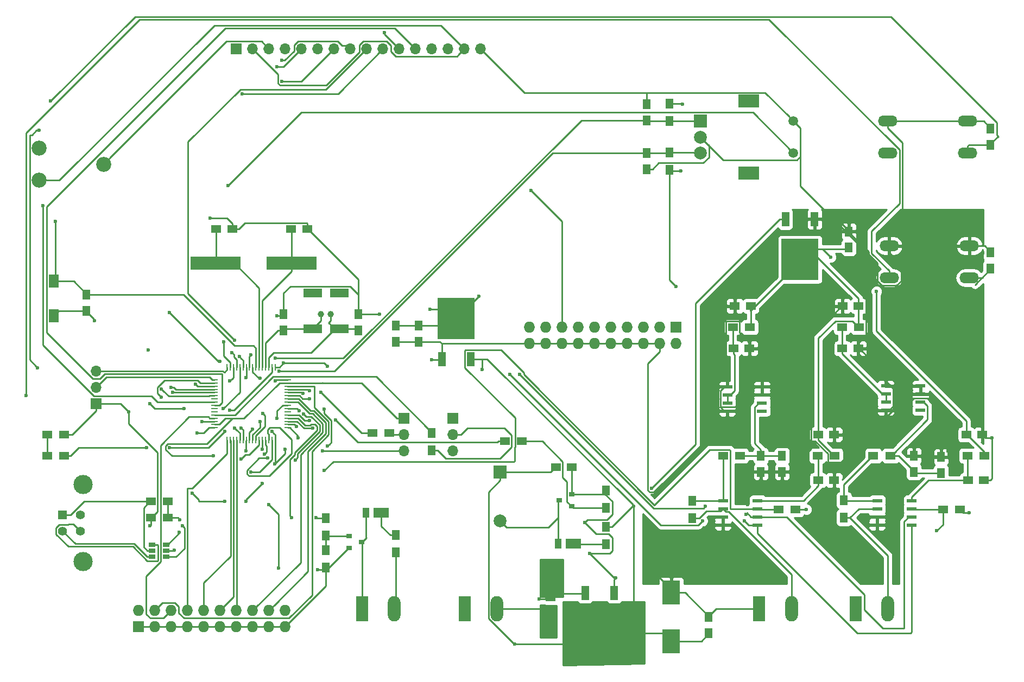
<source format=gbr>
G04 #@! TF.FileFunction,Copper,L1,Top,Signal*
%FSLAX46Y46*%
G04 Gerber Fmt 4.6, Leading zero omitted, Abs format (unit mm)*
G04 Created by KiCad (PCBNEW 4.0.7-e2-6376~58~ubuntu16.04.1) date Tue Apr 16 15:45:19 2019*
%MOMM*%
%LPD*%
G01*
G04 APERTURE LIST*
%ADD10C,0.100000*%
%ADD11R,1.700000X1.700000*%
%ADD12O,1.700000X1.700000*%
%ADD13R,1.200000X2.200000*%
%ADD14R,5.800000X6.400000*%
%ADD15R,2.750000X3.050000*%
%ADD16R,2.000000X2.000000*%
%ADD17C,2.000000*%
%ADD18R,1.250000X1.500000*%
%ADD19R,2.700000X3.750000*%
%ADD20R,1.500000X1.250000*%
%ADD21R,1.500000X2.400000*%
%ADD22R,1.500000X1.050000*%
%ADD23R,1.980000X3.960000*%
%ADD24O,1.980000X3.960000*%
%ADD25R,1.727200X1.727200*%
%ADD26O,1.727200X1.727200*%
%ADD27R,1.500000X1.300000*%
%ADD28R,0.900000X0.800000*%
%ADD29R,1.300000X1.500000*%
%ADD30C,2.340000*%
%ADD31C,1.500000*%
%ADD32R,3.200000X2.000000*%
%ADD33O,3.048000X1.727200*%
%ADD34R,1.600000X2.000000*%
%ADD35R,0.250000X1.000000*%
%ADD36R,1.000000X0.250000*%
%ADD37R,1.060000X0.650000*%
%ADD38R,1.550000X0.600000*%
%ADD39R,7.875000X2.000000*%
%ADD40R,2.850000X1.430000*%
%ADD41C,1.000000*%
%ADD42C,3.000000*%
%ADD43C,1.400000*%
%ADD44R,1.400000X1.400000*%
%ADD45R,2.400000X1.500000*%
%ADD46R,1.050000X1.500000*%
%ADD47C,0.600000*%
%ADD48C,0.250000*%
%ADD49C,0.254000*%
G04 APERTURE END LIST*
D10*
D11*
X109474000Y-56134000D03*
D12*
X112014000Y-56134000D03*
X114554000Y-56134000D03*
X117094000Y-56134000D03*
X119634000Y-56134000D03*
X122174000Y-56134000D03*
X124714000Y-56134000D03*
X127254000Y-56134000D03*
X129794000Y-56134000D03*
X132334000Y-56134000D03*
X134874000Y-56134000D03*
X137414000Y-56134000D03*
X139954000Y-56134000D03*
X142494000Y-56134000D03*
X145034000Y-56134000D03*
X147574000Y-56134000D03*
D13*
X141484000Y-104530000D03*
X146044000Y-104530000D03*
D14*
X143764000Y-98230000D03*
D15*
X145289000Y-96555000D03*
X142239000Y-99905000D03*
X142239000Y-96555000D03*
X145289000Y-99905000D03*
D16*
X150622000Y-122194000D03*
D17*
X150622000Y-129794000D03*
D18*
X137922000Y-99334000D03*
X137922000Y-101834000D03*
X134366000Y-99334000D03*
X134366000Y-101834000D03*
X183134000Y-147300000D03*
X183134000Y-144800000D03*
D19*
X177292000Y-148555000D03*
X177292000Y-141005000D03*
D20*
X159278000Y-121412000D03*
X161778000Y-121412000D03*
X118003046Y-84229194D03*
X120503046Y-84229194D03*
X106319046Y-84229194D03*
X108819046Y-84229194D03*
D18*
X128524000Y-100056000D03*
X128524000Y-97556000D03*
X116840000Y-100056000D03*
X116840000Y-97556000D03*
X173482000Y-64790000D03*
X173482000Y-67290000D03*
X86106000Y-94508000D03*
X86106000Y-97008000D03*
X227076000Y-71100000D03*
X227076000Y-68600000D03*
X227076000Y-90404000D03*
X227076000Y-87904000D03*
X173482000Y-74890000D03*
X173482000Y-72390000D03*
D20*
X206502000Y-96266000D03*
X204002000Y-96266000D03*
X203962000Y-102870000D03*
X206462000Y-102870000D03*
D18*
X204978000Y-87122000D03*
X204978000Y-84622000D03*
X215138000Y-122154000D03*
X215138000Y-119654000D03*
D20*
X223286000Y-116332000D03*
X225786000Y-116332000D03*
D18*
X219368999Y-122320998D03*
X219368999Y-119820998D03*
D20*
X223560000Y-123444000D03*
X226060000Y-123444000D03*
X189698000Y-96266000D03*
X187198000Y-96266000D03*
X186984000Y-102870000D03*
X189484000Y-102870000D03*
D18*
X191262000Y-119654000D03*
X191262000Y-122154000D03*
D20*
X200172000Y-116332000D03*
X202672000Y-116332000D03*
D18*
X194564000Y-119654000D03*
X194564000Y-122154000D03*
D20*
X200172000Y-123444000D03*
X202672000Y-123444000D03*
D21*
X158496000Y-141136000D03*
D22*
X158496000Y-143511000D03*
D11*
X135588859Y-113792000D03*
D12*
X135588859Y-116332000D03*
X135588859Y-118872000D03*
D11*
X143256000Y-113792000D03*
D12*
X143256000Y-116332000D03*
X143256000Y-118872000D03*
D23*
X145114000Y-143510000D03*
D24*
X150114000Y-143510000D03*
D23*
X129112000Y-143510000D03*
D24*
X134112000Y-143510000D03*
D25*
X94234000Y-146304000D03*
D26*
X94234000Y-143764000D03*
X96774000Y-146304000D03*
X96774000Y-143764000D03*
X99314000Y-146304000D03*
X99314000Y-143764000D03*
X101854000Y-146304000D03*
X101854000Y-143764000D03*
X104394000Y-146304000D03*
X104394000Y-143764000D03*
X106934000Y-146304000D03*
X106934000Y-143764000D03*
X109474000Y-146304000D03*
X109474000Y-143764000D03*
X112014000Y-146304000D03*
X112014000Y-143764000D03*
X114554000Y-146304000D03*
X114554000Y-143764000D03*
X117094000Y-146304000D03*
X117094000Y-143764000D03*
D25*
X178054000Y-99568000D03*
D26*
X178054000Y-102108000D03*
X175514000Y-99568000D03*
X175514000Y-102108000D03*
X172974000Y-99568000D03*
X172974000Y-102108000D03*
X170434000Y-99568000D03*
X170434000Y-102108000D03*
X167894000Y-99568000D03*
X167894000Y-102108000D03*
X165354000Y-99568000D03*
X165354000Y-102108000D03*
X162814000Y-99568000D03*
X162814000Y-102108000D03*
X160274000Y-99568000D03*
X160274000Y-102108000D03*
X157734000Y-99568000D03*
X157734000Y-102108000D03*
X155194000Y-99568000D03*
X155194000Y-102108000D03*
D23*
X206074000Y-143510000D03*
D24*
X211074000Y-143510000D03*
D23*
X191008000Y-143510000D03*
D24*
X196008000Y-143510000D03*
D11*
X87630000Y-111506000D03*
D12*
X87630000Y-108966000D03*
X87630000Y-106426000D03*
D27*
X203882000Y-99568000D03*
X206582000Y-99568000D03*
X223440000Y-119634000D03*
X226140000Y-119634000D03*
X186864000Y-99568000D03*
X189564000Y-99568000D03*
X200072000Y-119634000D03*
X202772000Y-119634000D03*
X79930000Y-119634000D03*
X82630000Y-119634000D03*
D28*
X127016000Y-132146000D03*
X127016000Y-134046000D03*
X129016000Y-133096000D03*
X161798000Y-127508000D03*
X161798000Y-125608000D03*
X159798000Y-126558000D03*
D29*
X123444000Y-132080000D03*
X123444000Y-129380000D03*
X134366000Y-134700000D03*
X134366000Y-132000000D03*
D27*
X133350000Y-116078000D03*
X130650000Y-116078000D03*
D29*
X139954000Y-118778000D03*
X139954000Y-116078000D03*
X123444000Y-137066000D03*
X123444000Y-134366000D03*
D27*
X154004000Y-117348000D03*
X151304000Y-117348000D03*
D29*
X167132000Y-130730000D03*
X167132000Y-133430000D03*
X167132000Y-125062000D03*
X167132000Y-127762000D03*
D27*
X79930000Y-116332000D03*
X82630000Y-116332000D03*
D29*
X177038000Y-67390000D03*
X177038000Y-64690000D03*
D27*
X96106000Y-126746000D03*
X98806000Y-126746000D03*
X98806000Y-129286000D03*
X96106000Y-129286000D03*
D29*
X177038000Y-72310000D03*
X177038000Y-75010000D03*
X204216000Y-129286000D03*
X204216000Y-126586000D03*
D27*
X211488000Y-119634000D03*
X208788000Y-119634000D03*
X219630000Y-128016000D03*
X222330000Y-128016000D03*
D29*
X180594000Y-129366000D03*
X180594000Y-126666000D03*
D27*
X188040000Y-119634000D03*
X185340000Y-119634000D03*
X193976000Y-128016000D03*
X196676000Y-128016000D03*
D30*
X78740000Y-71628000D03*
X88740000Y-74128000D03*
X78740000Y-76628000D03*
D31*
X196342000Y-72390000D03*
X196342000Y-67390000D03*
D32*
X189342000Y-75490000D03*
X189342000Y-64290000D03*
D17*
X181842000Y-72390000D03*
X181842000Y-69890000D03*
D16*
X181842000Y-67390000D03*
D33*
X223520000Y-67390000D03*
X223520000Y-72390000D03*
X211020000Y-67390000D03*
X211020000Y-72390000D03*
X223774000Y-86868000D03*
X223774000Y-91868000D03*
X211274000Y-86868000D03*
X211274000Y-91868000D03*
D34*
X80986999Y-92367332D03*
X80986999Y-97767332D03*
D13*
X168396000Y-141020000D03*
X163836000Y-141020000D03*
D14*
X166116000Y-147320000D03*
D15*
X164591000Y-148995000D03*
X167641000Y-145645000D03*
X167641000Y-148995000D03*
X164591000Y-145645000D03*
D35*
X115510000Y-105806000D03*
X115010000Y-105806000D03*
X114510000Y-105806000D03*
X114010000Y-105806000D03*
X113510000Y-105806000D03*
X113010000Y-105806000D03*
X112510000Y-105806000D03*
X112010000Y-105806000D03*
X111510000Y-105806000D03*
X111010000Y-105806000D03*
X110510000Y-105806000D03*
X110010000Y-105806000D03*
X109510000Y-105806000D03*
X109010000Y-105806000D03*
X108510000Y-105806000D03*
X108010000Y-105806000D03*
D36*
X106060000Y-107756000D03*
X106060000Y-108256000D03*
X106060000Y-108756000D03*
X106060000Y-109256000D03*
X106060000Y-109756000D03*
X106060000Y-110256000D03*
X106060000Y-110756000D03*
X106060000Y-111256000D03*
X106060000Y-111756000D03*
X106060000Y-112256000D03*
X106060000Y-112756000D03*
X106060000Y-113256000D03*
X106060000Y-113756000D03*
X106060000Y-114256000D03*
X106060000Y-114756000D03*
X106060000Y-115256000D03*
D35*
X108010000Y-117206000D03*
X108510000Y-117206000D03*
X109010000Y-117206000D03*
X109510000Y-117206000D03*
X110010000Y-117206000D03*
X110510000Y-117206000D03*
X111010000Y-117206000D03*
X111510000Y-117206000D03*
X112010000Y-117206000D03*
X112510000Y-117206000D03*
X113010000Y-117206000D03*
X113510000Y-117206000D03*
X114010000Y-117206000D03*
X114510000Y-117206000D03*
X115010000Y-117206000D03*
X115510000Y-117206000D03*
D36*
X117460000Y-115256000D03*
X117460000Y-114756000D03*
X117460000Y-114256000D03*
X117460000Y-113756000D03*
X117460000Y-113256000D03*
X117460000Y-112756000D03*
X117460000Y-112256000D03*
X117460000Y-111756000D03*
X117460000Y-111256000D03*
X117460000Y-110756000D03*
X117460000Y-110256000D03*
X117460000Y-109756000D03*
X117460000Y-109256000D03*
X117460000Y-108756000D03*
X117460000Y-108256000D03*
X117460000Y-107756000D03*
D37*
X98552000Y-135382000D03*
X98552000Y-134432000D03*
X98552000Y-133482000D03*
X96352000Y-133482000D03*
X96352000Y-135382000D03*
X96352000Y-134432000D03*
D13*
X199637000Y-82703000D03*
X195077000Y-82703000D03*
D14*
X197357000Y-89003000D03*
D15*
X195832000Y-90678000D03*
X198882000Y-87328000D03*
X198882000Y-90678000D03*
X195832000Y-87328000D03*
D38*
X209390000Y-126619000D03*
X209390000Y-127889000D03*
X209390000Y-129159000D03*
X209390000Y-130429000D03*
X214790000Y-130429000D03*
X214790000Y-129159000D03*
X214790000Y-127889000D03*
X214790000Y-126619000D03*
X185354000Y-126619000D03*
X185354000Y-127889000D03*
X185354000Y-129159000D03*
X185354000Y-130429000D03*
X190754000Y-130429000D03*
X190754000Y-129159000D03*
X190754000Y-127889000D03*
X190754000Y-126619000D03*
D39*
X118078546Y-89563194D03*
X106203546Y-89563194D03*
D40*
X125519000Y-99843000D03*
X125519000Y-94213000D03*
X121369000Y-94213000D03*
X121369000Y-99843000D03*
D41*
X124182000Y-97536000D03*
X122682000Y-97536000D03*
D42*
X85598000Y-124104000D03*
D43*
X85108000Y-128874000D03*
X85108000Y-131374000D03*
D44*
X82358000Y-128874000D03*
D42*
X85598000Y-136144000D03*
D43*
X82358000Y-131374000D03*
D38*
X210754000Y-108712000D03*
X210754000Y-109982000D03*
X210754000Y-111252000D03*
X210754000Y-112522000D03*
X216154000Y-112522000D03*
X216154000Y-111252000D03*
X216154000Y-109982000D03*
X216154000Y-108712000D03*
X186022000Y-108839000D03*
X186022000Y-110109000D03*
X186022000Y-111379000D03*
X186022000Y-112649000D03*
X191422000Y-112649000D03*
X191422000Y-111379000D03*
X191422000Y-110109000D03*
X191422000Y-108839000D03*
D45*
X132080000Y-128524000D03*
D46*
X129705000Y-128524000D03*
D45*
X162022000Y-133350000D03*
D46*
X159647000Y-133350000D03*
D47*
X152908000Y-148995000D03*
X147828000Y-106172000D03*
X171450000Y-127508000D03*
X174244000Y-124714000D03*
X102616000Y-125476000D03*
X116820000Y-105156000D03*
X139700000Y-96774000D03*
X123698000Y-105664000D03*
X110998000Y-126746000D03*
X113538000Y-123952000D03*
X107696000Y-126746000D03*
X117094000Y-118618000D03*
X178816000Y-75184000D03*
X179070000Y-64770000D03*
X115002979Y-115839447D03*
X115452990Y-120904000D03*
X122936000Y-118872000D03*
X106934000Y-104902000D03*
X223774000Y-128524000D03*
X198374000Y-128016000D03*
X178054000Y-93231998D03*
X99060000Y-97282000D03*
X103124000Y-108458014D03*
X115570000Y-107950000D03*
X147320000Y-94742000D03*
X103378000Y-116078000D03*
X99822000Y-134366000D03*
X122174000Y-137414000D03*
X116078000Y-137160000D03*
X114554000Y-127254000D03*
X96012000Y-130556000D03*
X163830000Y-130048000D03*
X164592000Y-134874000D03*
X207518000Y-130048000D03*
X183388000Y-130692999D03*
X189230000Y-127254000D03*
X227330000Y-116840000D03*
X220472000Y-118872000D03*
X96012000Y-111506000D03*
X105918000Y-119634000D03*
X107442000Y-112268000D03*
X97790000Y-110490000D03*
X101346000Y-112268000D03*
X92710000Y-112776000D03*
X105410000Y-82550000D03*
X139954000Y-104648000D03*
X131826000Y-97536000D03*
X115824000Y-97790000D03*
X95758000Y-103124000D03*
X87376000Y-98552000D03*
X175514000Y-138430000D03*
X168656000Y-138684000D03*
X111760000Y-122174000D03*
X202184000Y-88646000D03*
X209296000Y-93980000D03*
X108765249Y-103513135D03*
X104140000Y-114300000D03*
X115570000Y-104394008D03*
X113147010Y-114300000D03*
X81280000Y-83058000D03*
X155448000Y-78232000D03*
X78740000Y-68834000D03*
X80518000Y-64262000D03*
X108458008Y-107950000D03*
X78486000Y-105918000D03*
X97790000Y-109220000D03*
X76707986Y-110236000D03*
X113597021Y-113030000D03*
X116117609Y-106436729D03*
X156718000Y-141986000D03*
X121920000Y-129286000D03*
X118110000Y-129286000D03*
X110998000Y-118872000D03*
X112011556Y-115450546D03*
X115824000Y-58928000D03*
X121412000Y-115316000D03*
X113147010Y-107541604D03*
X116586000Y-61214000D03*
X116586000Y-57912000D03*
X111760000Y-103886000D03*
X110998000Y-107442000D03*
X109220000Y-101600000D03*
X109922979Y-104140000D03*
X110372990Y-63136411D03*
X132588000Y-53594000D03*
X79284573Y-80554223D03*
X109220000Y-115316000D03*
X110236000Y-115316000D03*
X107519977Y-101846325D03*
X108204000Y-77470000D03*
X115824000Y-113792000D03*
X118830396Y-115052697D03*
X118644951Y-120274361D03*
X119942883Y-113083470D03*
X114367336Y-119975445D03*
X119126000Y-116840006D03*
X123698000Y-118110000D03*
X123190000Y-112385010D03*
X119217622Y-112592521D03*
X95504000Y-118364000D03*
X99060000Y-118364000D03*
X107696000Y-115824000D03*
X108458000Y-112522000D03*
X119888000Y-109881010D03*
X122682000Y-109728000D03*
X120849774Y-114123658D03*
X124909606Y-114028591D03*
X100644949Y-129600949D03*
X110236000Y-120142000D03*
X101092000Y-130556000D03*
X113538000Y-118618000D03*
X100582149Y-131573841D03*
X113879236Y-119341586D03*
X218694000Y-131318000D03*
X99314000Y-108966000D03*
X99568002Y-109728000D03*
X123190000Y-121920000D03*
X120823537Y-110724012D03*
X182626000Y-127508000D03*
X188976000Y-128778000D03*
X153670000Y-106934000D03*
X188722000Y-129794000D03*
X120904000Y-109474000D03*
X182141003Y-129803999D03*
X152146000Y-106934000D03*
D48*
X78740000Y-76628000D02*
X81868000Y-76628000D01*
X81868000Y-76628000D02*
X106033978Y-52462022D01*
X106033978Y-52462022D02*
X141362022Y-52462022D01*
X141362022Y-52462022D02*
X145034000Y-56134000D01*
X112014000Y-56134000D02*
X115960999Y-60080999D01*
X115960999Y-60080999D02*
X115960999Y-61514001D01*
X143858999Y-57309001D02*
X144184001Y-56983999D01*
X115960999Y-61514001D02*
X116285999Y-61839001D01*
X128618999Y-56672591D02*
X128618999Y-55569999D01*
X134309999Y-57309001D02*
X143858999Y-57309001D01*
X116285999Y-61839001D02*
X123452589Y-61839001D01*
X144184001Y-56983999D02*
X145034000Y-56134000D01*
X123452589Y-61839001D02*
X128618999Y-56672591D01*
X128618999Y-55569999D02*
X129229999Y-54958999D01*
X129229999Y-54958999D02*
X132898001Y-54958999D01*
X132898001Y-54958999D02*
X133565002Y-55626000D01*
X133565002Y-55626000D02*
X133565002Y-56564004D01*
X133565002Y-56564004D02*
X134309999Y-57309001D01*
X164591000Y-148995000D02*
X152908000Y-148995000D01*
X152908000Y-148995000D02*
X152749296Y-148995000D01*
X147828000Y-104530000D02*
X148585002Y-104530000D01*
X146044000Y-104530000D02*
X147828000Y-104530000D01*
X147828000Y-104530000D02*
X147828000Y-106172000D01*
X171450000Y-127394998D02*
X171450000Y-127508000D01*
X171450000Y-127508000D02*
X171450000Y-143411000D01*
X181102000Y-117856000D02*
X174244000Y-124714000D01*
X181102000Y-95828000D02*
X181102000Y-117856000D01*
X195077000Y-82703000D02*
X194227000Y-82703000D01*
X194227000Y-82703000D02*
X181102000Y-95828000D01*
X148585002Y-104530000D02*
X171309002Y-127254000D01*
X171309002Y-127254000D02*
X171450000Y-127394998D01*
X167132000Y-130730000D02*
X168032000Y-130730000D01*
X168032000Y-130730000D02*
X171309002Y-127452998D01*
X171309002Y-127452998D02*
X171309002Y-127254000D01*
X150622000Y-122194000D02*
X158496000Y-122194000D01*
X158496000Y-122194000D02*
X159278000Y-121412000D01*
X152749296Y-148995000D02*
X148798990Y-145044694D01*
X148798990Y-145044694D02*
X148798990Y-125267010D01*
X148798990Y-125267010D02*
X150622000Y-123444000D01*
X150622000Y-123444000D02*
X150622000Y-122194000D01*
X177292000Y-148555000D02*
X182004000Y-148555000D01*
X182004000Y-148555000D02*
X183134000Y-147425000D01*
X183134000Y-147425000D02*
X183134000Y-147300000D01*
X166116000Y-147320000D02*
X176057000Y-147320000D01*
X176057000Y-147320000D02*
X177292000Y-148555000D01*
X171450000Y-143411000D02*
X167641000Y-147220000D01*
X167641000Y-147220000D02*
X167641000Y-148995000D01*
X159647000Y-126659000D02*
X159647000Y-129286000D01*
X159647000Y-129286000D02*
X159647000Y-132350000D01*
X151621999Y-130793999D02*
X158139001Y-130793999D01*
X158139001Y-130793999D02*
X159647000Y-129286000D01*
X150622000Y-129794000D02*
X151621999Y-130793999D01*
X159798000Y-126558000D02*
X159748000Y-126558000D01*
X159748000Y-126558000D02*
X159647000Y-126659000D01*
X159647000Y-132350000D02*
X159647000Y-133350000D01*
X137922000Y-99334000D02*
X134366000Y-99334000D01*
X102616000Y-125476000D02*
X103632000Y-126492000D01*
X103632000Y-126492000D02*
X103632000Y-126746000D01*
X123190000Y-105156000D02*
X123698000Y-105664000D01*
X115510000Y-105806000D02*
X116170000Y-105806000D01*
X116170000Y-105806000D02*
X116820000Y-105156000D01*
X116820000Y-105156000D02*
X123190000Y-105156000D01*
X139700000Y-96774000D02*
X142020000Y-96774000D01*
X142020000Y-96774000D02*
X142239000Y-96555000D01*
X110998000Y-126492000D02*
X110998000Y-126746000D01*
X113538000Y-123952000D02*
X110998000Y-126492000D01*
X103632000Y-126746000D02*
X107696000Y-126746000D01*
X117094000Y-119042264D02*
X117094000Y-118618000D01*
X115452990Y-120904000D02*
X117094000Y-119262990D01*
X117094000Y-119262990D02*
X117094000Y-119042264D01*
X178816000Y-75184000D02*
X177212000Y-75184000D01*
X177212000Y-75184000D02*
X177038000Y-75010000D01*
X177038000Y-64690000D02*
X178990000Y-64690000D01*
X178990000Y-64690000D02*
X179070000Y-64770000D01*
X115302978Y-116139446D02*
X115002979Y-115839447D01*
X115510000Y-116346468D02*
X115302978Y-116139446D01*
X115510000Y-117206000D02*
X115510000Y-116346468D01*
X115510000Y-118618000D02*
X115510000Y-120846990D01*
X115510000Y-117206000D02*
X115510000Y-118618000D01*
X115510000Y-120846990D02*
X115452990Y-120904000D01*
X135588859Y-118872000D02*
X122936000Y-118872000D01*
X106680000Y-104902000D02*
X106934000Y-104902000D01*
X99060000Y-97282000D02*
X106680000Y-104902000D01*
X223774000Y-128524000D02*
X222838000Y-128524000D01*
X222838000Y-128524000D02*
X222330000Y-128016000D01*
X197676000Y-128016000D02*
X198374000Y-128016000D01*
X177038000Y-75010000D02*
X177038000Y-92215998D01*
X177038000Y-92215998D02*
X178054000Y-93231998D01*
X103421986Y-108756000D02*
X103124000Y-108458014D01*
X106060000Y-108756000D02*
X103421986Y-108756000D01*
X115570000Y-107950000D02*
X115764000Y-107756000D01*
X115764000Y-107756000D02*
X117460000Y-107756000D01*
X147320000Y-94742000D02*
X145507000Y-96555000D01*
X145507000Y-96555000D02*
X145289000Y-96555000D01*
X137668000Y-99334000D02*
X141668000Y-99334000D01*
X141668000Y-99334000D02*
X142239000Y-99905000D01*
X104394000Y-116078000D02*
X105216000Y-115256000D01*
X105216000Y-115256000D02*
X106060000Y-115256000D01*
X103378000Y-116078000D02*
X104394000Y-116078000D01*
X196676000Y-128016000D02*
X197676000Y-128016000D01*
X203782001Y-120609001D02*
X206789002Y-117602000D01*
X206789002Y-117602000D02*
X211854001Y-112537001D01*
X202672000Y-116332000D02*
X205519002Y-116332000D01*
X205519002Y-116332000D02*
X206789002Y-117602000D01*
X163830000Y-130048000D02*
X164223001Y-129654999D01*
X164223001Y-129654999D02*
X167224003Y-129654999D01*
X168107001Y-128772001D02*
X168107001Y-126751999D01*
X167224003Y-129654999D02*
X168107001Y-128772001D01*
X168107001Y-126751999D02*
X166963002Y-125608000D01*
X166963002Y-125608000D02*
X161798000Y-125608000D01*
X164592000Y-134874000D02*
X168402000Y-138684000D01*
X168402000Y-138684000D02*
X168656000Y-138684000D01*
X127016000Y-134046000D02*
X126966000Y-134046000D01*
X126966000Y-134046000D02*
X123946000Y-137066000D01*
X123946000Y-137066000D02*
X123444000Y-137066000D01*
X134366000Y-101834000D02*
X135241000Y-101834000D01*
X135241000Y-101834000D02*
X137922000Y-101834000D01*
X137922000Y-101834000D02*
X141224000Y-101834000D01*
X99756000Y-134432000D02*
X99822000Y-134366000D01*
X98552000Y-134432000D02*
X99756000Y-134432000D01*
X122174000Y-137414000D02*
X123096000Y-137414000D01*
X123096000Y-137414000D02*
X123444000Y-137066000D01*
X116078000Y-128778000D02*
X116078000Y-137160000D01*
X114554000Y-127254000D02*
X116078000Y-128778000D01*
X96106000Y-129286000D02*
X96106000Y-130462000D01*
X96106000Y-130462000D02*
X96012000Y-130556000D01*
X92710000Y-112776000D02*
X92710000Y-114644998D01*
X92710000Y-114644998D02*
X97181001Y-119115999D01*
X96106000Y-129286000D02*
X96206000Y-129286000D01*
X96206000Y-129286000D02*
X97181001Y-128310999D01*
X88730000Y-111506000D02*
X87630000Y-111506000D01*
X97181001Y-128310999D02*
X97181001Y-119115999D01*
X89571002Y-111506000D02*
X88730000Y-111506000D01*
X117094000Y-146304000D02*
X123444000Y-139954000D01*
X123444000Y-139954000D02*
X123444000Y-137066000D01*
X114554000Y-146304000D02*
X117094000Y-146304000D01*
X112014000Y-146304000D02*
X114554000Y-146304000D01*
X109474000Y-146304000D02*
X112014000Y-146304000D01*
X106934000Y-146304000D02*
X109474000Y-146304000D01*
X104394000Y-146304000D02*
X105615314Y-146304000D01*
X105615314Y-146304000D02*
X106934000Y-146304000D01*
X104394000Y-146304000D02*
X103172686Y-146304000D01*
X103172686Y-146304000D02*
X101854000Y-146304000D01*
X101854000Y-146304000D02*
X99314000Y-146304000D01*
X96774000Y-146304000D02*
X99314000Y-146304000D01*
X96774000Y-146304000D02*
X94234000Y-146304000D01*
X161778000Y-121412000D02*
X161778000Y-125588000D01*
X161778000Y-125588000D02*
X161798000Y-125608000D01*
X167492003Y-131805001D02*
X165587001Y-131805001D01*
X168107001Y-132419999D02*
X167492003Y-131805001D01*
X168107001Y-134440001D02*
X168107001Y-132419999D01*
X167673002Y-134874000D02*
X168107001Y-134440001D01*
X164592000Y-134874000D02*
X167673002Y-134874000D01*
X164129999Y-130347999D02*
X163830000Y-130048000D01*
X165587001Y-131805001D02*
X164129999Y-130347999D01*
X201761999Y-120609001D02*
X202692000Y-120609001D01*
X202692000Y-120609001D02*
X203782001Y-120609001D01*
X202672000Y-122569000D02*
X202692000Y-122549000D01*
X202672000Y-123444000D02*
X202672000Y-122569000D01*
X202692000Y-122549000D02*
X202692000Y-120609001D01*
X199096999Y-101046001D02*
X199096999Y-116586000D01*
X199096999Y-116586000D02*
X199096999Y-117217001D01*
X195439000Y-122154000D02*
X199096999Y-118496001D01*
X194564000Y-122154000D02*
X195439000Y-122154000D01*
X199096999Y-118496001D02*
X199096999Y-116586000D01*
X210754000Y-112522000D02*
X213223998Y-112522000D01*
X213223998Y-112522000D02*
X215118999Y-110626999D01*
X215118999Y-110626999D02*
X217189001Y-110626999D01*
X217189001Y-110626999D02*
X220472000Y-113909998D01*
X220472000Y-113909998D02*
X220472000Y-118447736D01*
X220472000Y-118447736D02*
X220472000Y-118872000D01*
X215138000Y-119654000D02*
X219202001Y-119654000D01*
X219202001Y-119654000D02*
X219368999Y-119820998D01*
X209390000Y-129159000D02*
X208915000Y-129159000D01*
X207817999Y-129748001D02*
X207518000Y-130048000D01*
X208407000Y-129159000D02*
X207817999Y-129748001D01*
X208661000Y-129159000D02*
X208407000Y-129159000D01*
X185354000Y-130429000D02*
X183651999Y-130429000D01*
X183651999Y-130429000D02*
X183388000Y-130692999D01*
X191262000Y-122154000D02*
X191262000Y-123154000D01*
X189230000Y-125186000D02*
X189230000Y-127254000D01*
X191262000Y-123154000D02*
X189230000Y-125186000D01*
X191262000Y-122154000D02*
X192137000Y-122154000D01*
X192137000Y-122154000D02*
X194564000Y-122154000D01*
X227330000Y-123190000D02*
X227076000Y-123444000D01*
X227076000Y-123444000D02*
X226060000Y-123444000D01*
X227330000Y-116840000D02*
X227330000Y-123190000D01*
X227330000Y-116840000D02*
X226294000Y-116840000D01*
X226294000Y-116840000D02*
X225786000Y-116332000D01*
X220472000Y-119592997D02*
X220472000Y-118872000D01*
X219368999Y-119820998D02*
X220243999Y-119820998D01*
X220243999Y-119820998D02*
X220472000Y-119592997D01*
X187198000Y-96266000D02*
X187198000Y-97141000D01*
X187198000Y-97141000D02*
X187939001Y-97882001D01*
X187939001Y-97882001D02*
X187939001Y-98657999D01*
X189484000Y-102870000D02*
X189484000Y-101995000D01*
X189484000Y-101995000D02*
X187939001Y-100450001D01*
X187939001Y-100450001D02*
X187939001Y-98657999D01*
X187939001Y-98657999D02*
X187874001Y-98592999D01*
X185788999Y-108055999D02*
X186022000Y-108289000D01*
X187874001Y-98592999D02*
X185853999Y-98592999D01*
X185853999Y-98592999D02*
X185788999Y-98657999D01*
X185788999Y-98657999D02*
X185788999Y-108055999D01*
X186022000Y-108289000D02*
X186022000Y-108839000D01*
X204978000Y-84622000D02*
X204978000Y-84747000D01*
X206462000Y-101995000D02*
X206462000Y-102870000D01*
X204978000Y-84747000D02*
X207657001Y-87426001D01*
X207657001Y-87426001D02*
X207657001Y-100799999D01*
X207657001Y-100799999D02*
X206462000Y-101995000D01*
X181842000Y-69890000D02*
X183167001Y-71215001D01*
X174357000Y-74890000D02*
X173482000Y-74890000D01*
X183167001Y-71215001D02*
X183167001Y-73026001D01*
X183167001Y-73026001D02*
X182258003Y-73934999D01*
X175312001Y-73934999D02*
X174357000Y-74890000D01*
X182258003Y-73934999D02*
X175312001Y-73934999D01*
X154404999Y-62964999D02*
X173482000Y-62964999D01*
X173482000Y-62964999D02*
X191916999Y-62964999D01*
X173482000Y-63790000D02*
X173482000Y-62964999D01*
X173482000Y-64790000D02*
X173482000Y-63790000D01*
X122682000Y-108256000D02*
X122884000Y-108256000D01*
X117460000Y-108256000D02*
X122682000Y-108256000D01*
X122682000Y-108256000D02*
X128952859Y-108256000D01*
X128952859Y-108256000D02*
X134488859Y-113792000D01*
X134488859Y-113792000D02*
X135588859Y-113792000D01*
X101346000Y-112268000D02*
X96774000Y-112268000D01*
X96774000Y-112268000D02*
X96311999Y-111805999D01*
X96311999Y-111805999D02*
X96012000Y-111506000D01*
X110653002Y-113792000D02*
X108802998Y-113792000D01*
X98434999Y-118063999D02*
X98434999Y-118664001D01*
X108802998Y-113792000D02*
X104855999Y-117738999D01*
X104855999Y-117738999D02*
X98759999Y-117738999D01*
X98759999Y-117738999D02*
X98434999Y-118063999D01*
X98434999Y-118664001D02*
X99404998Y-119634000D01*
X99404998Y-119634000D02*
X105918000Y-119634000D01*
X122884000Y-108256000D02*
X116189002Y-108256000D01*
X116189002Y-108256000D02*
X110653002Y-113792000D01*
X110653002Y-113792000D02*
X107774000Y-113792000D01*
X107774000Y-113792000D02*
X106810000Y-114756000D01*
X106810000Y-114756000D02*
X106060000Y-114756000D01*
X110010000Y-105806000D02*
X110010000Y-109700000D01*
X110010000Y-109700000D02*
X107442000Y-112268000D01*
X99430987Y-107833013D02*
X98251985Y-107833013D01*
X98251985Y-107833013D02*
X97164999Y-108919999D01*
X97164999Y-108919999D02*
X97164999Y-109864999D01*
X97164999Y-109864999D02*
X97790000Y-110490000D01*
X87630000Y-111506000D02*
X91440000Y-111506000D01*
X91440000Y-111506000D02*
X92710000Y-112776000D01*
X87630000Y-111506000D02*
X87630000Y-112606000D01*
X87630000Y-112606000D02*
X83904000Y-116332000D01*
X83904000Y-116332000D02*
X83630000Y-116332000D01*
X83630000Y-116332000D02*
X82630000Y-116332000D01*
X105410000Y-82550000D02*
X108014852Y-82550000D01*
X108014852Y-82550000D02*
X108819046Y-83354194D01*
X108819046Y-83354194D02*
X108819046Y-84229194D01*
X147574000Y-56134000D02*
X154404999Y-62964999D01*
X191916999Y-62964999D02*
X195592001Y-66640001D01*
X195592001Y-66640001D02*
X196342000Y-67390000D01*
X181842000Y-69890000D02*
X185417001Y-73465001D01*
X185417001Y-73465001D02*
X196858001Y-73465001D01*
X196858001Y-73465001D02*
X197417001Y-72906001D01*
X197417001Y-72906001D02*
X197417001Y-68465001D01*
X197417001Y-68465001D02*
X197091999Y-68139999D01*
X197091999Y-68139999D02*
X196342000Y-67390000D01*
X211020000Y-67390000D02*
X211020000Y-68503600D01*
X197417001Y-77533811D02*
X197417001Y-68465001D01*
X211020000Y-68503600D02*
X213319020Y-70802620D01*
X213319020Y-70802620D02*
X213319020Y-92164328D01*
X213319020Y-92164328D02*
X212426738Y-93056610D01*
X212426738Y-93056610D02*
X210121262Y-93056610D01*
X210121262Y-93056610D02*
X209424990Y-92360338D01*
X209424990Y-92360338D02*
X209424990Y-89541800D01*
X209424990Y-89541800D02*
X197417001Y-77533811D01*
X223520000Y-67390000D02*
X221746000Y-67390000D01*
X221746000Y-67390000D02*
X211020000Y-67390000D01*
X223774000Y-86868000D02*
X222000000Y-86868000D01*
X222000000Y-86868000D02*
X211274000Y-86868000D01*
X204978000Y-84747000D02*
X208066000Y-87835000D01*
X208066000Y-87835000D02*
X208066000Y-91001348D01*
X213123010Y-92360338D02*
X213123010Y-89830610D01*
X208066000Y-91001348D02*
X210121262Y-93056610D01*
X212426738Y-93056610D02*
X213123010Y-92360338D01*
X213123010Y-89830610D02*
X211274000Y-87981600D01*
X211274000Y-87981600D02*
X211274000Y-86868000D01*
X204002000Y-96266000D02*
X203877000Y-96266000D01*
X211854001Y-112537001D02*
X211854001Y-109137001D01*
X203877000Y-96266000D02*
X199096999Y-101046001D01*
X206462000Y-103745000D02*
X206462000Y-102870000D01*
X199096999Y-117217001D02*
X199200399Y-117320401D01*
X201696999Y-120544001D02*
X201761999Y-120609001D01*
X199200399Y-117320401D02*
X199721991Y-117320401D01*
X199721991Y-117320401D02*
X201696999Y-119295409D01*
X201696999Y-119295409D02*
X201696999Y-120544001D01*
X211854001Y-109137001D02*
X206462000Y-103745000D01*
X206462000Y-102870000D02*
X206587000Y-102870000D01*
X206587000Y-102870000D02*
X210754000Y-107037000D01*
X210754000Y-108162000D02*
X210754000Y-108712000D01*
X210754000Y-107037000D02*
X210754000Y-108162000D01*
X210754000Y-108712000D02*
X211779000Y-108712000D01*
X211779000Y-108712000D02*
X211854001Y-108787001D01*
X211854001Y-108787001D02*
X211854001Y-111896999D01*
X211854001Y-111896999D02*
X211229000Y-112522000D01*
X211229000Y-112522000D02*
X210754000Y-112522000D01*
X210754000Y-108712000D02*
X216154000Y-108712000D01*
X216154000Y-108712000D02*
X216154000Y-109982000D01*
X191422000Y-108839000D02*
X191422000Y-110109000D01*
X186022000Y-108839000D02*
X185547000Y-108839000D01*
X185547000Y-108839000D02*
X184921999Y-109464001D01*
X184921999Y-109464001D02*
X184921999Y-111939001D01*
X184921999Y-111939001D02*
X184986999Y-112004001D01*
X184986999Y-112004001D02*
X187231999Y-112004001D01*
X187231999Y-112004001D02*
X190397000Y-108839000D01*
X190397000Y-108839000D02*
X191422000Y-108839000D01*
X184921999Y-109464001D02*
X184921999Y-112023999D01*
X184921999Y-112023999D02*
X185547000Y-112649000D01*
X185547000Y-112649000D02*
X186022000Y-112649000D01*
X175514000Y-102108000D02*
X175514000Y-103329314D01*
X175514000Y-103329314D02*
X173618999Y-105224315D01*
X173618999Y-105224315D02*
X173618999Y-125014001D01*
X186022000Y-113861002D02*
X186022000Y-113199000D01*
X186022000Y-113199000D02*
X186022000Y-112649000D01*
X173618999Y-125014001D02*
X173943999Y-125339001D01*
X173943999Y-125339001D02*
X174544001Y-125339001D01*
X174544001Y-125339001D02*
X186022000Y-113861002D01*
X172974000Y-102108000D02*
X175514000Y-102108000D01*
X170434000Y-102108000D02*
X172974000Y-102108000D01*
X167894000Y-102108000D02*
X170434000Y-102108000D01*
X165354000Y-102108000D02*
X167894000Y-102108000D01*
X162814000Y-102108000D02*
X165354000Y-102108000D01*
X160274000Y-102108000D02*
X162814000Y-102108000D01*
X157734000Y-102108000D02*
X158955314Y-102108000D01*
X158955314Y-102108000D02*
X160274000Y-102108000D01*
X155194000Y-102108000D02*
X157734000Y-102108000D01*
X139954000Y-104648000D02*
X141366000Y-104648000D01*
X141366000Y-104648000D02*
X141484000Y-104530000D01*
X129399000Y-97556000D02*
X131806000Y-97556000D01*
X131806000Y-97556000D02*
X131826000Y-97536000D01*
X128524000Y-97556000D02*
X129399000Y-97556000D01*
X155194000Y-102108000D02*
X141498000Y-102108000D01*
X141498000Y-102108000D02*
X141224000Y-101834000D01*
X116840000Y-97556000D02*
X116840000Y-94234000D01*
X128524000Y-94492998D02*
X128524000Y-96556000D01*
X116840000Y-94234000D02*
X117901001Y-93172999D01*
X117901001Y-93172999D02*
X127204001Y-93172999D01*
X127204001Y-93172999D02*
X128524000Y-94492998D01*
X128524000Y-96556000D02*
X128524000Y-97556000D01*
X115824000Y-97790000D02*
X116606000Y-97790000D01*
X116606000Y-97790000D02*
X116840000Y-97556000D01*
X141484000Y-104530000D02*
X141484000Y-102094000D01*
X141484000Y-102094000D02*
X141224000Y-101834000D01*
X120503046Y-84229194D02*
X120628046Y-84229194D01*
X120628046Y-84229194D02*
X128524000Y-92125148D01*
X128524000Y-92125148D02*
X128524000Y-96556000D01*
X120503046Y-84229194D02*
X120503046Y-83354194D01*
X120503046Y-83354194D02*
X120428045Y-83279193D01*
X120428045Y-83279193D02*
X110769047Y-83279193D01*
X110769047Y-83279193D02*
X109819046Y-84229194D01*
X109819046Y-84229194D02*
X108819046Y-84229194D01*
X87271000Y-98298000D02*
X87271000Y-98447000D01*
X87271000Y-98447000D02*
X87376000Y-98552000D01*
X86106000Y-97008000D02*
X86106000Y-97133000D01*
X86106000Y-97133000D02*
X87271000Y-98298000D01*
X86106000Y-97008000D02*
X81746331Y-97008000D01*
X81746331Y-97008000D02*
X80986999Y-97767332D01*
X106060000Y-108256000D02*
X103846988Y-108256000D01*
X103846988Y-108256000D02*
X103424001Y-107833013D01*
X103424001Y-107833013D02*
X99430987Y-107833013D01*
X122884000Y-108256000D02*
X122936000Y-108204000D01*
X177292000Y-141005000D02*
X177292000Y-140480000D01*
X177292000Y-140480000D02*
X175514000Y-138702000D01*
X175514000Y-138702000D02*
X175514000Y-138430000D01*
X191008000Y-143510000D02*
X184299000Y-143510000D01*
X184299000Y-143510000D02*
X183134000Y-144675000D01*
X183134000Y-144675000D02*
X183134000Y-144800000D01*
X177292000Y-141005000D02*
X179464000Y-141005000D01*
X179464000Y-141005000D02*
X183134000Y-144675000D01*
X168396000Y-141020000D02*
X168396000Y-138944000D01*
X168396000Y-138944000D02*
X168656000Y-138684000D01*
X112184264Y-122174000D02*
X111760000Y-122174000D01*
X113093785Y-122174000D02*
X112184264Y-122174000D01*
X115010000Y-117206000D02*
X115010000Y-120257785D01*
X115010000Y-120257785D02*
X113093785Y-122174000D01*
X223520000Y-67390000D02*
X225991000Y-67390000D01*
X225991000Y-67390000D02*
X227076000Y-68475000D01*
X227076000Y-68475000D02*
X227076000Y-68600000D01*
X223774000Y-86868000D02*
X226165000Y-86868000D01*
X226165000Y-86868000D02*
X227076000Y-87779000D01*
X227076000Y-87779000D02*
X227076000Y-87904000D01*
X209390000Y-129159000D02*
X209390000Y-130429000D01*
X185354000Y-129159000D02*
X185354000Y-130429000D01*
X199637000Y-82703000D02*
X203184000Y-82703000D01*
X203184000Y-82703000D02*
X204978000Y-84497000D01*
X204978000Y-84497000D02*
X204978000Y-84622000D01*
X161798000Y-125608000D02*
X166586000Y-125608000D01*
X166586000Y-125608000D02*
X167132000Y-125062000D01*
X137668000Y-101834000D02*
X138543000Y-101834000D01*
X202184000Y-88646000D02*
X200866000Y-87328000D01*
X200866000Y-87328000D02*
X198882000Y-87328000D01*
X209296000Y-100193998D02*
X209296000Y-93980000D01*
X223286000Y-116332000D02*
X223286000Y-114183998D01*
X223286000Y-114183998D02*
X209296000Y-100193998D01*
X189698000Y-96266000D02*
X189698000Y-99434000D01*
X189698000Y-99434000D02*
X189564000Y-99568000D01*
X189632000Y-97028000D02*
X189632000Y-96332000D01*
X189632000Y-96332000D02*
X189698000Y-96266000D01*
X195832000Y-90678000D02*
X195832000Y-90828000D01*
X195832000Y-90828000D02*
X189632000Y-97028000D01*
X198882000Y-87328000D02*
X198882000Y-87478000D01*
X198882000Y-87478000D02*
X206502000Y-95098000D01*
X206502000Y-95098000D02*
X206502000Y-95391000D01*
X206502000Y-95391000D02*
X206502000Y-96266000D01*
X202772000Y-119634000D02*
X202672000Y-119634000D01*
X202672000Y-119634000D02*
X200172000Y-117134000D01*
X200172000Y-117134000D02*
X200172000Y-116332000D01*
X200172000Y-116332000D02*
X200172000Y-101292998D01*
X200172000Y-101292998D02*
X202871999Y-98592999D01*
X202871999Y-98592999D02*
X205506999Y-98592999D01*
X205506999Y-98592999D02*
X206482000Y-99568000D01*
X206482000Y-99568000D02*
X206582000Y-99568000D01*
X223286000Y-116332000D02*
X223411000Y-116332000D01*
X223411000Y-116332000D02*
X226140000Y-119061000D01*
X226140000Y-119061000D02*
X226140000Y-119634000D01*
X206502000Y-96266000D02*
X206502000Y-99488000D01*
X206502000Y-99488000D02*
X206582000Y-99568000D01*
X198882000Y-87328000D02*
X204772000Y-87328000D01*
X204772000Y-87328000D02*
X204978000Y-87122000D01*
X109510000Y-104652025D02*
X109065248Y-104207273D01*
X109065248Y-103813134D02*
X108765249Y-103513135D01*
X109065248Y-104207273D02*
X109065248Y-103813134D01*
X109510000Y-105806000D02*
X109510000Y-104652025D01*
X106319046Y-84229194D02*
X106319046Y-89447694D01*
X106319046Y-89447694D02*
X106203546Y-89563194D01*
X106203546Y-89563194D02*
X109141046Y-89563194D01*
X109141046Y-89563194D02*
X113010000Y-93432148D01*
X113010000Y-93432148D02*
X113010000Y-105056000D01*
X113010000Y-105056000D02*
X113010000Y-105806000D01*
X104140000Y-114300000D02*
X106016000Y-114300000D01*
X106016000Y-114300000D02*
X106060000Y-114256000D01*
X114010000Y-105806000D02*
X114010000Y-102011000D01*
X114010000Y-102011000D02*
X115965000Y-100056000D01*
X115965000Y-100056000D02*
X116840000Y-100056000D01*
X122682000Y-97536000D02*
X122682000Y-98530000D01*
X122682000Y-98530000D02*
X121369000Y-99843000D01*
X121369000Y-99843000D02*
X117053000Y-99843000D01*
X117053000Y-99843000D02*
X116840000Y-100056000D01*
X211488000Y-119634000D02*
X212743000Y-119634000D01*
X212743000Y-119634000D02*
X215138000Y-122029000D01*
X215138000Y-122029000D02*
X215138000Y-122154000D01*
X219368999Y-122320998D02*
X215304998Y-122320998D01*
X215304998Y-122320998D02*
X215138000Y-122154000D01*
X211488000Y-119634000D02*
X211588000Y-119634000D01*
X211588000Y-119634000D02*
X217254001Y-113967999D01*
X217254001Y-113967999D02*
X217254001Y-111877001D01*
X216629000Y-111252000D02*
X216154000Y-111252000D01*
X217254001Y-111877001D02*
X216629000Y-111252000D01*
X223440000Y-119634000D02*
X223440000Y-123324000D01*
X223440000Y-123324000D02*
X223560000Y-123444000D01*
X223560000Y-123444000D02*
X217415000Y-123444000D01*
X217415000Y-123444000D02*
X214790000Y-126069000D01*
X214790000Y-126069000D02*
X214790000Y-126619000D01*
X173482000Y-67290000D02*
X163250002Y-67290000D01*
X163250002Y-67290000D02*
X126145994Y-104394008D01*
X126145994Y-104394008D02*
X115994264Y-104394008D01*
X115994264Y-104394008D02*
X115570000Y-104394008D01*
X112010000Y-117206000D02*
X112010000Y-116336000D01*
X113147010Y-115198990D02*
X113147010Y-114724264D01*
X113147010Y-114724264D02*
X113147010Y-114300000D01*
X112010000Y-116336000D02*
X113147010Y-115198990D01*
X177038000Y-67390000D02*
X173582000Y-67390000D01*
X173582000Y-67390000D02*
X173482000Y-67290000D01*
X181842000Y-67390000D02*
X177038000Y-67390000D01*
X81280000Y-83058000D02*
X81280000Y-92074331D01*
X81280000Y-92074331D02*
X80986999Y-92367332D01*
X160274000Y-99568000D02*
X160274000Y-83058000D01*
X160274000Y-83058000D02*
X155448000Y-78232000D01*
X112510000Y-102858000D02*
X112510000Y-105806000D01*
X86106000Y-94508000D02*
X101202998Y-94508000D01*
X101202998Y-94508000D02*
X109173999Y-102479001D01*
X109173999Y-102479001D02*
X112131001Y-102479001D01*
X112131001Y-102479001D02*
X112510000Y-102858000D01*
X80986999Y-92367332D02*
X84090332Y-92367332D01*
X84090332Y-92367332D02*
X86106000Y-94383000D01*
X86106000Y-94383000D02*
X86106000Y-94508000D01*
X78740000Y-68834000D02*
X78315736Y-68834000D01*
X78315736Y-68834000D02*
X77582735Y-69567001D01*
X77582735Y-69567001D02*
X77244999Y-69567001D01*
X94173189Y-51111990D02*
X93668010Y-51111990D01*
X93668010Y-51111990D02*
X80518000Y-64262000D01*
X228346000Y-69846000D02*
X228205000Y-69846000D01*
X228205000Y-69846000D02*
X227076000Y-70975000D01*
X227076000Y-70975000D02*
X227076000Y-71100000D01*
X228092000Y-67655998D02*
X228092000Y-69592000D01*
X228092000Y-69592000D02*
X228346000Y-69846000D01*
X211547992Y-51111990D02*
X228092000Y-67655998D01*
X94173189Y-51111990D02*
X211547992Y-51111990D01*
X109010000Y-107398008D02*
X108758007Y-107650001D01*
X109010000Y-105806000D02*
X109010000Y-107398008D01*
X108758007Y-107650001D02*
X108458008Y-107950000D01*
X77244999Y-104676999D02*
X78186001Y-105618001D01*
X77244999Y-69567001D02*
X77244999Y-104676999D01*
X78186001Y-105618001D02*
X78486000Y-105918000D01*
X227076000Y-71100000D02*
X223696400Y-71100000D01*
X223696400Y-71100000D02*
X223520000Y-71276400D01*
X223520000Y-71276400D02*
X223520000Y-72390000D01*
X227076000Y-90404000D02*
X227076000Y-90529000D01*
X227076000Y-90529000D02*
X224641000Y-92964000D01*
X98923005Y-110353005D02*
X98089999Y-109519999D01*
X105310000Y-110256000D02*
X105212995Y-110353005D01*
X106060000Y-110256000D02*
X105310000Y-110256000D01*
X98089999Y-109519999D02*
X97790000Y-109220000D01*
X105212995Y-110353005D02*
X98923005Y-110353005D01*
X76707986Y-109811736D02*
X76707986Y-110236000D01*
X212869010Y-80241392D02*
X212869010Y-71897662D01*
X76707986Y-69213603D02*
X76707986Y-109811736D01*
X94359589Y-51562000D02*
X76707986Y-69213603D01*
X212869010Y-71897662D02*
X192533348Y-51562000D01*
X211274000Y-90754400D02*
X208534000Y-88014400D01*
X192533348Y-51562000D02*
X94359589Y-51562000D01*
X211274000Y-91868000D02*
X211274000Y-90754400D01*
X208534000Y-84576402D02*
X212869010Y-80241392D01*
X208534000Y-88014400D02*
X208534000Y-84576402D01*
X223774000Y-91868000D02*
X225737000Y-91868000D01*
X225737000Y-91868000D02*
X227076000Y-90529000D01*
X113897020Y-113329999D02*
X113597021Y-113030000D01*
X113897020Y-115085390D02*
X113897020Y-113329999D01*
X112510000Y-116472410D02*
X113897020Y-115085390D01*
X112510000Y-117206000D02*
X112510000Y-116472410D01*
X177038000Y-72310000D02*
X181762000Y-72310000D01*
X181762000Y-72310000D02*
X181842000Y-72390000D01*
X173482000Y-72390000D02*
X176958000Y-72390000D01*
X176958000Y-72390000D02*
X177038000Y-72310000D01*
X116117609Y-106436729D02*
X124739683Y-106436729D01*
X124739683Y-106436729D02*
X158786412Y-72390000D01*
X158786412Y-72390000D02*
X172607000Y-72390000D01*
X172607000Y-72390000D02*
X173482000Y-72390000D01*
X150114000Y-143510000D02*
X158495000Y-143510000D01*
X158495000Y-143510000D02*
X158496000Y-143511000D01*
X132080000Y-128524000D02*
X132080000Y-130614000D01*
X132080000Y-130614000D02*
X133466000Y-132000000D01*
X133466000Y-132000000D02*
X134366000Y-132000000D01*
X135588859Y-116332000D02*
X133604000Y-116332000D01*
X133604000Y-116332000D02*
X133350000Y-116078000D01*
X139954000Y-118778000D02*
X140854000Y-118778000D01*
X144458081Y-116332000D02*
X143256000Y-116332000D01*
X140854000Y-118778000D02*
X142123001Y-120047001D01*
X142123001Y-120047001D02*
X150590001Y-120047001D01*
X152379001Y-116437999D02*
X151257002Y-115316000D01*
X150590001Y-120047001D02*
X152379001Y-118258001D01*
X152379001Y-118258001D02*
X152379001Y-116437999D01*
X151257002Y-115316000D02*
X145474081Y-115316000D01*
X145474081Y-115316000D02*
X144458081Y-116332000D01*
X156718000Y-141986000D02*
X157646000Y-141986000D01*
X157646000Y-141986000D02*
X158496000Y-141136000D01*
X134366000Y-134700000D02*
X134366000Y-143256000D01*
X134366000Y-143256000D02*
X134112000Y-143510000D01*
X158496000Y-141136000D02*
X163720000Y-141136000D01*
X163720000Y-141136000D02*
X163836000Y-141020000D01*
X118560011Y-119092991D02*
X118560011Y-119475402D01*
X120937009Y-114865989D02*
X121111999Y-114690999D01*
X120205103Y-114865989D02*
X120937009Y-114865989D01*
X122037001Y-115616001D02*
X118560011Y-119092991D01*
X122037001Y-115015999D02*
X122037001Y-115616001D01*
X121712001Y-114690999D02*
X122037001Y-115015999D01*
X117460000Y-113756000D02*
X119095114Y-113756000D01*
X121111999Y-114690999D02*
X121712001Y-114690999D01*
X117810001Y-120225412D02*
X117810001Y-128986001D01*
X119095114Y-113756000D02*
X120205103Y-114865989D01*
X118560011Y-119475402D02*
X117810001Y-120225412D01*
X117810001Y-128986001D02*
X118110000Y-129286000D01*
X123444000Y-129380000D02*
X122014000Y-129380000D01*
X122014000Y-129380000D02*
X121920000Y-129286000D01*
X123837045Y-114270399D02*
X121666000Y-112099354D01*
X121666000Y-108756000D02*
X118210000Y-108756000D01*
X99884529Y-142575399D02*
X100502601Y-143193471D01*
X101283471Y-144952601D02*
X117664529Y-144952601D01*
X121666000Y-112099354D02*
X121666000Y-108756000D01*
X117664529Y-144952601D02*
X121255202Y-141361928D01*
X100502601Y-144171731D02*
X101283471Y-144952601D01*
X100502601Y-143193471D02*
X100502601Y-144171731D01*
X118210000Y-108756000D02*
X117460000Y-108756000D01*
X96774000Y-143764000D02*
X97962601Y-142575399D01*
X121255202Y-118943444D02*
X123837045Y-116361601D01*
X97962601Y-142575399D02*
X99884529Y-142575399D01*
X123837045Y-116361601D02*
X123837045Y-114270399D01*
X121255202Y-141361928D02*
X121255202Y-118943444D01*
X117410001Y-108805999D02*
X117460000Y-108756000D01*
X119201576Y-110756000D02*
X121044210Y-112598634D01*
X123387034Y-114456799D02*
X123387034Y-116175201D01*
X120650000Y-118912235D02*
X120650000Y-137668000D01*
X117460000Y-110756000D02*
X119201576Y-110756000D01*
X120650000Y-137668000D02*
X115417599Y-142900401D01*
X123387034Y-116175201D02*
X120650000Y-118912235D01*
X121044210Y-112598634D02*
X121528869Y-112598634D01*
X121528869Y-112598634D02*
X123387034Y-114456799D01*
X115417599Y-142900401D02*
X114554000Y-143764000D01*
X99314000Y-143764000D02*
X98125399Y-144952601D01*
X98125399Y-144952601D02*
X96040673Y-144952601D01*
X96040673Y-144952601D02*
X95422601Y-144334529D01*
X95422601Y-144334529D02*
X95422601Y-138387811D01*
X95422601Y-138387811D02*
X97657011Y-136153401D01*
X97657011Y-136153401D02*
X97657011Y-117988989D01*
X97657011Y-117988989D02*
X102108000Y-113538000D01*
X102108000Y-113538000D02*
X105092000Y-113538000D01*
X105092000Y-113538000D02*
X105310000Y-113756000D01*
X105310000Y-113756000D02*
X106060000Y-113756000D01*
X101854000Y-143764000D02*
X101854000Y-124714000D01*
X101854000Y-124714000D02*
X102616000Y-124714000D01*
X108010000Y-119320000D02*
X108010000Y-118558000D01*
X102616000Y-124714000D02*
X108010000Y-119320000D01*
X108010000Y-118558000D02*
X108010000Y-117206000D01*
X108575000Y-119888000D02*
X108575000Y-135265000D01*
X108575000Y-135265000D02*
X104394000Y-139446000D01*
X108575000Y-119888000D02*
X108575001Y-118227001D01*
X108575001Y-118227001D02*
X108559999Y-118211999D01*
X108559999Y-118211999D02*
X108559999Y-117255999D01*
X108559999Y-117255999D02*
X108510000Y-117206000D01*
X104394000Y-143764000D02*
X104394000Y-139446000D01*
X106934000Y-143764000D02*
X109025010Y-141672990D01*
X109025010Y-141672990D02*
X109025010Y-117971010D01*
X109025010Y-117971010D02*
X109010000Y-117956000D01*
X109010000Y-117956000D02*
X109010000Y-117206000D01*
X109510000Y-117206000D02*
X109510000Y-143728000D01*
X109510000Y-143728000D02*
X109474000Y-143764000D01*
X118210000Y-111256000D02*
X117460000Y-111256000D01*
X119065166Y-111256000D02*
X118210000Y-111256000D01*
X120857811Y-113048645D02*
X119065166Y-111256000D01*
X119505716Y-119420108D02*
X122937023Y-115988801D01*
X119505716Y-136272284D02*
X119505716Y-119420108D01*
X112014000Y-143764000D02*
X119505716Y-136272284D01*
X122937023Y-114643199D02*
X121342469Y-113048645D01*
X122937023Y-115988801D02*
X122937023Y-114643199D01*
X121342469Y-113048645D02*
X120857811Y-113048645D01*
X114554000Y-56134000D02*
X113378999Y-54958999D01*
X113378999Y-54958999D02*
X107909001Y-54958999D01*
X107909001Y-54958999D02*
X89909999Y-72958001D01*
X89909999Y-72958001D02*
X88740000Y-74128000D01*
X110998000Y-118872000D02*
X110998000Y-117218000D01*
X110998000Y-117218000D02*
X111010000Y-117206000D01*
X111711557Y-115750545D02*
X112011556Y-115450546D01*
X111510000Y-117206000D02*
X111510000Y-115952102D01*
X111510000Y-115952102D02*
X111711557Y-115750545D01*
X115824000Y-58928000D02*
X116840000Y-58928000D01*
X116840000Y-58928000D02*
X119634000Y-56134000D01*
X120987736Y-115316000D02*
X121412000Y-115316000D01*
X118958703Y-114256000D02*
X120018703Y-115316000D01*
X117460000Y-114256000D02*
X118958703Y-114256000D01*
X120018703Y-115316000D02*
X120987736Y-115316000D01*
X112010000Y-105806000D02*
X112010000Y-106556000D01*
X112995604Y-107541604D02*
X113147010Y-107541604D01*
X112010000Y-106556000D02*
X112995604Y-107541604D01*
X116586000Y-61214000D02*
X119634000Y-61214000D01*
X119634000Y-61214000D02*
X124714000Y-56134000D01*
X116586000Y-57912000D02*
X117010264Y-57912000D01*
X117010264Y-57912000D02*
X118458999Y-56463265D01*
X118458999Y-56463265D02*
X118458999Y-55569999D01*
X118458999Y-55569999D02*
X119069999Y-54958999D01*
X119069999Y-54958999D02*
X125278001Y-54958999D01*
X125278001Y-54958999D02*
X125945002Y-55626000D01*
X125945002Y-55626000D02*
X126746000Y-55626000D01*
X126746000Y-55626000D02*
X127254000Y-56134000D01*
X111510000Y-105806000D02*
X111510000Y-104136000D01*
X111510000Y-104136000D02*
X111760000Y-103886000D01*
X101941045Y-70643354D02*
X101941045Y-94321045D01*
X101941045Y-94321045D02*
X108920001Y-101300001D01*
X108920001Y-101300001D02*
X109220000Y-101600000D01*
X110072989Y-62511410D02*
X101941045Y-70643354D01*
X123416590Y-62511410D02*
X110072989Y-62511410D01*
X129794000Y-56134000D02*
X123416590Y-62511410D01*
X111010000Y-105806000D02*
X111010000Y-107430000D01*
X111010000Y-107430000D02*
X110998000Y-107442000D01*
X110797254Y-63136411D02*
X110372990Y-63136411D01*
X132334000Y-56134000D02*
X125331589Y-63136411D01*
X110510000Y-104727021D02*
X110222978Y-104439999D01*
X110510000Y-105806000D02*
X110510000Y-104727021D01*
X125331589Y-63136411D02*
X110797254Y-63136411D01*
X110222978Y-104439999D02*
X109922979Y-104140000D01*
X97195002Y-111256000D02*
X105310000Y-111256000D01*
X79284573Y-102359575D02*
X87255997Y-110330999D01*
X96270001Y-110330999D02*
X97195002Y-111256000D01*
X87255997Y-110330999D02*
X96270001Y-110330999D01*
X79284573Y-80554223D02*
X79284573Y-102359575D01*
X105310000Y-111256000D02*
X106060000Y-111256000D01*
X132588000Y-53848000D02*
X132588000Y-53594000D01*
X134874000Y-56134000D02*
X132588000Y-53848000D01*
X79411988Y-80607000D02*
X79337350Y-80607000D01*
X79337350Y-80607000D02*
X79284573Y-80554223D01*
X107203600Y-106876010D02*
X88918992Y-106876010D01*
X134192033Y-52912033D02*
X137414000Y-56134000D01*
X88918992Y-106876010D02*
X88194001Y-107601001D01*
X107203600Y-111362400D02*
X107203600Y-106876010D01*
X106810000Y-111756000D02*
X107203600Y-111362400D01*
X106060000Y-111756000D02*
X106810000Y-111756000D01*
X88194001Y-107601001D02*
X87065999Y-107601001D01*
X79861998Y-80793400D02*
X107743365Y-52912033D01*
X107743365Y-52912033D02*
X134192033Y-52912033D01*
X87065999Y-107601001D02*
X79861998Y-100397000D01*
X79861998Y-100397000D02*
X79861998Y-80793400D01*
X110010000Y-117206000D02*
X110010000Y-116106000D01*
X110010000Y-116106000D02*
X109519999Y-115615999D01*
X109519999Y-115615999D02*
X109220000Y-115316000D01*
X110510000Y-117206000D02*
X110510000Y-115590000D01*
X110510000Y-115590000D02*
X110236000Y-115316000D01*
X108510000Y-105806000D02*
X108510000Y-105056000D01*
X107519977Y-104065977D02*
X107519977Y-102270589D01*
X107519977Y-102270589D02*
X107519977Y-101846325D01*
X108510000Y-105056000D02*
X107519977Y-104065977D01*
X196342000Y-72390000D02*
X190016999Y-66064999D01*
X190016999Y-66064999D02*
X119609001Y-66064999D01*
X119609001Y-66064999D02*
X108204000Y-77470000D01*
X116710000Y-111756000D02*
X115824000Y-112642000D01*
X117460000Y-111756000D02*
X116710000Y-111756000D01*
X115824000Y-112642000D02*
X115824000Y-113367736D01*
X115824000Y-113367736D02*
X115824000Y-113792000D01*
X118533699Y-114756000D02*
X118830396Y-115052697D01*
X117460000Y-114756000D02*
X118533699Y-114756000D01*
X121156069Y-113498656D02*
X122487012Y-114829599D01*
X118944950Y-119974362D02*
X118644951Y-120274361D01*
X119010022Y-119909290D02*
X118944950Y-119974362D01*
X119010022Y-119279391D02*
X119010022Y-119909290D01*
X114510000Y-117206000D02*
X114510000Y-116271472D01*
X113943072Y-119975445D02*
X114367336Y-119975445D01*
X122487012Y-114829599D02*
X122487012Y-115802401D01*
X114718423Y-115198999D02*
X116214999Y-115198999D01*
X122487012Y-115802401D02*
X119010022Y-119279391D01*
X120358069Y-113498656D02*
X121156069Y-113498656D01*
X114377977Y-116139449D02*
X114377977Y-115539445D01*
X119942883Y-113083470D02*
X120358069Y-113498656D01*
X111459999Y-122799001D02*
X111134999Y-122474001D01*
X114600001Y-122799001D02*
X111459999Y-122799001D01*
X114510000Y-116271472D02*
X114377977Y-116139449D01*
X114377977Y-115539445D02*
X114718423Y-115198999D01*
X113033553Y-119975445D02*
X113943072Y-119975445D01*
X116214999Y-115198999D02*
X118110000Y-117094000D01*
X111134999Y-122474001D02*
X111134999Y-121873999D01*
X118110000Y-117094000D02*
X118110000Y-119289002D01*
X118110000Y-119289002D02*
X114600001Y-122799001D01*
X111134999Y-121873999D02*
X113033553Y-119975445D01*
X117835000Y-115256000D02*
X119126000Y-116547000D01*
X117460000Y-115256000D02*
X117835000Y-115256000D01*
X119126000Y-116547000D02*
X119126000Y-116840006D01*
X123997999Y-117810001D02*
X123698000Y-118110000D01*
X124287056Y-114083999D02*
X124287056Y-117520944D01*
X123190000Y-112986943D02*
X124287056Y-114083999D01*
X123190000Y-112385010D02*
X123190000Y-112986943D01*
X124287056Y-117520944D02*
X123997999Y-117810001D01*
X117460000Y-112256000D02*
X118881101Y-112256000D01*
X118881101Y-112256000D02*
X118917623Y-112292522D01*
X118917623Y-112292522D02*
X119217622Y-112592521D01*
X211074000Y-143510000D02*
X211074000Y-135244000D01*
X211074000Y-135244000D02*
X205116000Y-129286000D01*
X205116000Y-129286000D02*
X204216000Y-129286000D01*
X208365000Y-127889000D02*
X209390000Y-127889000D01*
X205116000Y-129286000D02*
X206513000Y-127889000D01*
X206513000Y-127889000D02*
X208365000Y-127889000D01*
X185354000Y-127889000D02*
X184973000Y-128270000D01*
X184973000Y-128270000D02*
X182750000Y-128270000D01*
X182750000Y-128270000D02*
X181654000Y-129366000D01*
X181654000Y-129366000D02*
X181494000Y-129366000D01*
X181494000Y-129366000D02*
X180594000Y-129366000D01*
X185354000Y-127889000D02*
X185804010Y-128339010D01*
X185804010Y-128339010D02*
X186194012Y-128339010D01*
X186194012Y-128339010D02*
X196008000Y-138152998D01*
X196008000Y-138152998D02*
X196008000Y-141280000D01*
X196008000Y-141280000D02*
X196008000Y-143510000D01*
X89215000Y-107381000D02*
X105310000Y-107381000D01*
X105310000Y-107381000D02*
X105685000Y-107756000D01*
X87630000Y-108966000D02*
X89215000Y-107381000D01*
X105685000Y-107756000D02*
X106060000Y-107756000D01*
X87630000Y-106426000D02*
X107390000Y-106426000D01*
X107390000Y-106426000D02*
X107520000Y-106556000D01*
X107520000Y-106556000D02*
X107635000Y-106556000D01*
X107635000Y-106556000D02*
X108010000Y-106181000D01*
X108010000Y-106181000D02*
X108010000Y-105806000D01*
X82358000Y-131374000D02*
X84334000Y-133350000D01*
X84334000Y-133350000D02*
X93540000Y-133350000D01*
X93540000Y-133350000D02*
X95572000Y-135382000D01*
X95572000Y-135382000D02*
X96352000Y-135382000D01*
X96106000Y-126746000D02*
X96006000Y-126746000D01*
X96006000Y-126746000D02*
X95030999Y-127721001D01*
X95030999Y-127721001D02*
X95030999Y-133890999D01*
X95030999Y-133890999D02*
X95572000Y-134432000D01*
X95572000Y-134432000D02*
X96352000Y-134432000D01*
X82358000Y-128874000D02*
X83590998Y-128874000D01*
X83590998Y-128874000D02*
X85718998Y-126746000D01*
X85718998Y-126746000D02*
X95106000Y-126746000D01*
X95106000Y-126746000D02*
X96106000Y-126746000D01*
X85108000Y-131374000D02*
X84036000Y-130302000D01*
X83265001Y-130348999D02*
X81865999Y-130348999D01*
X81332999Y-131866001D02*
X83267008Y-133800010D01*
X97207001Y-133557001D02*
X97132000Y-133482000D01*
X84036000Y-130302000D02*
X83312000Y-130302000D01*
X97142001Y-136032001D02*
X97207001Y-135967001D01*
X83312000Y-130302000D02*
X83265001Y-130348999D01*
X81332999Y-130881999D02*
X81332999Y-131866001D01*
X97132000Y-133482000D02*
X96352000Y-133482000D01*
X81865999Y-130348999D02*
X81332999Y-130881999D01*
X83267008Y-133800010D02*
X93330008Y-133800010D01*
X93330008Y-133800010D02*
X95561999Y-136032001D01*
X95561999Y-136032001D02*
X97142001Y-136032001D01*
X97207001Y-135967001D02*
X97207001Y-133557001D01*
X79930000Y-116332000D02*
X79930000Y-119634000D01*
X87122000Y-118364000D02*
X86868000Y-118364000D01*
X95504000Y-118364000D02*
X87122000Y-118364000D01*
X87122000Y-118364000D02*
X84900000Y-118364000D01*
X84900000Y-118364000D02*
X83630000Y-119634000D01*
X107696000Y-115824000D02*
X105156000Y-118364000D01*
X105156000Y-118364000D02*
X99060000Y-118364000D01*
X109091616Y-112522000D02*
X108458000Y-112522000D01*
X115010000Y-105806000D02*
X115010000Y-106603616D01*
X115010000Y-106603616D02*
X109091616Y-112522000D01*
X82630000Y-119634000D02*
X83630000Y-119634000D01*
X123444000Y-134366000D02*
X123444000Y-132080000D01*
X127016000Y-132146000D02*
X123510000Y-132146000D01*
X123510000Y-132146000D02*
X123444000Y-132080000D01*
X167132000Y-127762000D02*
X162052000Y-127762000D01*
X162052000Y-127762000D02*
X161798000Y-127508000D01*
X161798000Y-127508000D02*
X161748000Y-127508000D01*
X161748000Y-127508000D02*
X161022999Y-126782999D01*
X160353001Y-120526999D02*
X157174002Y-117348000D01*
X161022999Y-126782999D02*
X161022999Y-123684999D01*
X161022999Y-123684999D02*
X160353001Y-123015001D01*
X157174002Y-117348000D02*
X155004000Y-117348000D01*
X160353001Y-123015001D02*
X160353001Y-120526999D01*
X155004000Y-117348000D02*
X154004000Y-117348000D01*
X117460000Y-109756000D02*
X119762990Y-109756000D01*
X119762990Y-109756000D02*
X119888000Y-109881010D01*
X130650000Y-116078000D02*
X129032000Y-116078000D01*
X129032000Y-116078000D02*
X122682000Y-109728000D01*
X139954000Y-116078000D02*
X139954000Y-115978000D01*
X139954000Y-115978000D02*
X131281999Y-107305999D01*
X131281999Y-107305999D02*
X115198001Y-107305999D01*
X109248000Y-113256000D02*
X106810000Y-113256000D01*
X115198001Y-107305999D02*
X109248000Y-113256000D01*
X106810000Y-113256000D02*
X106060000Y-113256000D01*
X119231525Y-113256000D02*
X120099183Y-114123658D01*
X120099183Y-114123658D02*
X120425510Y-114123658D01*
X117460000Y-113256000D02*
X119231525Y-113256000D01*
X120425510Y-114123658D02*
X120849774Y-114123658D01*
X125209605Y-114328590D02*
X124909606Y-114028591D01*
X128388016Y-117507001D02*
X125209605Y-114328590D01*
X151304000Y-117348000D02*
X150304000Y-117348000D01*
X150304000Y-117348000D02*
X150144999Y-117507001D01*
X150144999Y-117507001D02*
X128388016Y-117507001D01*
X100344950Y-129300950D02*
X100644949Y-129600949D01*
X100330000Y-129286000D02*
X100344950Y-129300950D01*
X98806000Y-129286000D02*
X100330000Y-129286000D01*
X113010000Y-117206000D02*
X113010000Y-117956000D01*
X113010000Y-117956000D02*
X111468999Y-119497001D01*
X111468999Y-119497001D02*
X110880999Y-119497001D01*
X110880999Y-119497001D02*
X110236000Y-120142000D01*
X98806000Y-126746000D02*
X98806000Y-127646000D01*
X98806000Y-127646000D02*
X98806000Y-129286000D01*
X98552000Y-135382000D02*
X100076000Y-135382000D01*
X100076000Y-135382000D02*
X101391999Y-134066001D01*
X101391999Y-134066001D02*
X101391999Y-130855999D01*
X101391999Y-130855999D02*
X101092000Y-130556000D01*
X113510000Y-118590000D02*
X113538000Y-118618000D01*
X113510000Y-117206000D02*
X113510000Y-118590000D01*
X100582149Y-131656851D02*
X100582149Y-131573841D01*
X98552000Y-133482000D02*
X98757000Y-133482000D01*
X98757000Y-133482000D02*
X100582149Y-131656851D01*
X114010000Y-117956000D02*
X114179235Y-118125235D01*
X114179235Y-118125235D02*
X114179235Y-119041587D01*
X114179235Y-119041587D02*
X113879236Y-119341586D01*
X114010000Y-117206000D02*
X114010000Y-117956000D01*
X118078546Y-89563194D02*
X118078546Y-84304694D01*
X118078546Y-84304694D02*
X118003046Y-84229194D01*
X118078546Y-89563194D02*
X118078546Y-90813194D01*
X118078546Y-90813194D02*
X113510000Y-95381740D01*
X113510000Y-95381740D02*
X113510000Y-105056000D01*
X113510000Y-105056000D02*
X113510000Y-105806000D01*
X114510000Y-105056000D02*
X114510000Y-105806000D01*
X114510000Y-104274996D02*
X114510000Y-105056000D01*
X115269998Y-103514998D02*
X114510000Y-104274996D01*
X121137002Y-103514998D02*
X115269998Y-103514998D01*
X124809000Y-99843000D02*
X121137002Y-103514998D01*
X125519000Y-99843000D02*
X124809000Y-99843000D01*
X125519000Y-99843000D02*
X128311000Y-99843000D01*
X128311000Y-99843000D02*
X128524000Y-100056000D01*
X124182000Y-97536000D02*
X124182000Y-98506000D01*
X124182000Y-98506000D02*
X123844000Y-98844000D01*
X123844000Y-98844000D02*
X123844000Y-98878000D01*
X123844000Y-98878000D02*
X124809000Y-99843000D01*
X210754000Y-111252000D02*
X210754000Y-109982000D01*
X203962000Y-102870000D02*
X203962000Y-103745000D01*
X203962000Y-103745000D02*
X210199000Y-109982000D01*
X210199000Y-109982000D02*
X210754000Y-109982000D01*
X203882000Y-99568000D02*
X203882000Y-102790000D01*
X203882000Y-102790000D02*
X203962000Y-102870000D01*
X186022000Y-110109000D02*
X186022000Y-111379000D01*
X186984000Y-102870000D02*
X186984000Y-103745000D01*
X186497000Y-110109000D02*
X186022000Y-110109000D01*
X186984000Y-103745000D02*
X187122001Y-103883001D01*
X187122001Y-103883001D02*
X187122001Y-109483999D01*
X187122001Y-109483999D02*
X186497000Y-110109000D01*
X186864000Y-99568000D02*
X186864000Y-102750000D01*
X186864000Y-102750000D02*
X186984000Y-102870000D01*
X191262000Y-119654000D02*
X194564000Y-119654000D01*
X188040000Y-119634000D02*
X191242000Y-119634000D01*
X191242000Y-119634000D02*
X191262000Y-119654000D01*
X191422000Y-111379000D02*
X190947000Y-111379000D01*
X190947000Y-111379000D02*
X190321999Y-112004001D01*
X190321999Y-112004001D02*
X190321999Y-117713999D01*
X191262000Y-118654000D02*
X191262000Y-119654000D01*
X190321999Y-117713999D02*
X191262000Y-118654000D01*
X190754000Y-126619000D02*
X197872000Y-126619000D01*
X197872000Y-126619000D02*
X200172000Y-124319000D01*
X200172000Y-124319000D02*
X200172000Y-123444000D01*
X200172000Y-123444000D02*
X200172000Y-119734000D01*
X200172000Y-119734000D02*
X200072000Y-119634000D01*
X129112000Y-143510000D02*
X129112000Y-133192000D01*
X129112000Y-133192000D02*
X129016000Y-133096000D01*
X129705000Y-128524000D02*
X129705000Y-132407000D01*
X129705000Y-132407000D02*
X129716000Y-132418000D01*
X129066000Y-133096000D02*
X129016000Y-133096000D01*
X129716000Y-132418000D02*
X129716000Y-132446000D01*
X129716000Y-132446000D02*
X129066000Y-133096000D01*
X167132000Y-133430000D02*
X162102000Y-133430000D01*
X162102000Y-133430000D02*
X162022000Y-133350000D01*
X209390000Y-126619000D02*
X204249000Y-126619000D01*
X204249000Y-126619000D02*
X204216000Y-126586000D01*
X208788000Y-119634000D02*
X208688000Y-119634000D01*
X208688000Y-119634000D02*
X204216000Y-124106000D01*
X204216000Y-124106000D02*
X204216000Y-125586000D01*
X204216000Y-125586000D02*
X204216000Y-126586000D01*
X185354000Y-126619000D02*
X180641000Y-126619000D01*
X180641000Y-126619000D02*
X180594000Y-126666000D01*
X185340000Y-119634000D02*
X185340000Y-126605000D01*
X185340000Y-126605000D02*
X185354000Y-126619000D01*
X218694000Y-131318000D02*
X219630000Y-130382000D01*
X219630000Y-130382000D02*
X219630000Y-128016000D01*
X106060000Y-109256000D02*
X100021004Y-109256000D01*
X100021004Y-109256000D02*
X99731004Y-108966000D01*
X99731004Y-108966000D02*
X99314000Y-108966000D01*
X219630000Y-128016000D02*
X214917000Y-128016000D01*
X214917000Y-128016000D02*
X214790000Y-127889000D01*
X154295001Y-106633999D02*
X150766001Y-103104999D01*
X154295001Y-106922591D02*
X154295001Y-106633999D01*
X145183999Y-103104999D02*
X145118999Y-103169999D01*
X190754000Y-127889000D02*
X186454001Y-127889000D01*
X186454001Y-127889000D02*
X186454001Y-118762999D01*
X152908000Y-118279000D02*
X152908000Y-120396000D01*
X186454001Y-118762999D02*
X186350001Y-118658999D01*
X152777001Y-120526999D02*
X124583001Y-120526999D01*
X186350001Y-118658999D02*
X183295393Y-118658999D01*
X183295393Y-118658999D02*
X174663401Y-127290991D01*
X174663401Y-127290991D02*
X154295001Y-106922591D01*
X145118999Y-103169999D02*
X145118999Y-105890001D01*
X152928999Y-118258001D02*
X152908000Y-118279000D01*
X150766001Y-103104999D02*
X145183999Y-103104999D01*
X145118999Y-105890001D02*
X152928999Y-113700001D01*
X152928999Y-113700001D02*
X152928999Y-118258001D01*
X152908000Y-120396000D02*
X152777001Y-120526999D01*
X124583001Y-120526999D02*
X123190000Y-121920000D01*
X99568002Y-109728000D02*
X106032000Y-109728000D01*
X106032000Y-109728000D02*
X106060000Y-109756000D01*
X193976000Y-128016000D02*
X190881000Y-128016000D01*
X190881000Y-128016000D02*
X190754000Y-127889000D01*
X120399273Y-110724012D02*
X120823537Y-110724012D01*
X119806000Y-110724012D02*
X120399273Y-110724012D01*
X119337988Y-110256000D02*
X119806000Y-110724012D01*
X117460000Y-110256000D02*
X119337988Y-110256000D01*
X214790000Y-129159000D02*
X214315000Y-129159000D01*
X207389001Y-141269999D02*
X195278002Y-129159000D01*
X214315000Y-129159000D02*
X213614000Y-129860000D01*
X213614000Y-129860000D02*
X213614000Y-146558000D01*
X213614000Y-146558000D02*
X210312000Y-146558000D01*
X210312000Y-146558000D02*
X207389001Y-143635001D01*
X207389001Y-143635001D02*
X207389001Y-141269999D01*
X195278002Y-129159000D02*
X191779000Y-129159000D01*
X191779000Y-129159000D02*
X190754000Y-129159000D01*
X174543999Y-127807999D02*
X182326001Y-127807999D01*
X153670000Y-106934000D02*
X174543999Y-127807999D01*
X182326001Y-127807999D02*
X182626000Y-127508000D01*
X189103999Y-128533999D02*
X189103999Y-128650001D01*
X189103999Y-128650001D02*
X188976000Y-128778000D01*
X189729000Y-129159000D02*
X190754000Y-129159000D01*
X189103999Y-128533999D02*
X189729000Y-129159000D01*
X189021999Y-130093999D02*
X188722000Y-129794000D01*
X189357000Y-130429000D02*
X189021999Y-130093999D01*
X190754000Y-130429000D02*
X189357000Y-130429000D01*
X120686000Y-109256000D02*
X120904000Y-109474000D01*
X117460000Y-109256000D02*
X120686000Y-109256000D01*
X190754000Y-130429000D02*
X190754000Y-131745002D01*
X190754000Y-131745002D02*
X206328998Y-147320000D01*
X206328998Y-147320000D02*
X214630000Y-147320000D01*
X214630000Y-147320000D02*
X214790000Y-147160000D01*
X214790000Y-130979000D02*
X214790000Y-130429000D01*
X214790000Y-147160000D02*
X214790000Y-130979000D01*
X182141003Y-129803999D02*
X181504001Y-130441001D01*
X181504001Y-130441001D02*
X175653001Y-130441001D01*
X175653001Y-130441001D02*
X152146000Y-106934000D01*
D49*
G36*
X162771910Y-142571441D02*
X162984110Y-142716431D01*
X163236000Y-142767440D01*
X164436000Y-142767440D01*
X164671317Y-142723162D01*
X164887441Y-142584090D01*
X165032431Y-142371890D01*
X165033421Y-142367000D01*
X167200356Y-142367000D01*
X167331910Y-142571441D01*
X167544110Y-142716431D01*
X167796000Y-142767440D01*
X168996000Y-142767440D01*
X169231317Y-142723162D01*
X169447441Y-142584090D01*
X169592431Y-142371890D01*
X169593421Y-142367000D01*
X173101000Y-142367000D01*
X173101000Y-152021465D01*
X160401000Y-152270485D01*
X160401000Y-142367000D01*
X162640356Y-142367000D01*
X162771910Y-142571441D01*
X162771910Y-142571441D01*
G37*
X162771910Y-142571441D02*
X162984110Y-142716431D01*
X163236000Y-142767440D01*
X164436000Y-142767440D01*
X164671317Y-142723162D01*
X164887441Y-142584090D01*
X165032431Y-142371890D01*
X165033421Y-142367000D01*
X167200356Y-142367000D01*
X167331910Y-142571441D01*
X167544110Y-142716431D01*
X167796000Y-142767440D01*
X168996000Y-142767440D01*
X169231317Y-142723162D01*
X169447441Y-142584090D01*
X169592431Y-142371890D01*
X169593421Y-142367000D01*
X173101000Y-142367000D01*
X173101000Y-152021465D01*
X160401000Y-152270485D01*
X160401000Y-142367000D01*
X162640356Y-142367000D01*
X162771910Y-142571441D01*
G36*
X175115600Y-130978402D02*
X175362162Y-131143149D01*
X175653001Y-131201001D01*
X181504001Y-131201001D01*
X181794840Y-131143149D01*
X182041402Y-130978402D01*
X182280683Y-130739121D01*
X182326170Y-130739161D01*
X182385249Y-130714750D01*
X183944000Y-130714750D01*
X183944000Y-130855310D01*
X184040673Y-131088699D01*
X184219302Y-131267327D01*
X184452691Y-131364000D01*
X185068250Y-131364000D01*
X185227000Y-131205250D01*
X185227000Y-130556000D01*
X185481000Y-130556000D01*
X185481000Y-131205250D01*
X185639750Y-131364000D01*
X186255309Y-131364000D01*
X186488698Y-131267327D01*
X186667327Y-131088699D01*
X186764000Y-130855310D01*
X186764000Y-130714750D01*
X186605250Y-130556000D01*
X185481000Y-130556000D01*
X185227000Y-130556000D01*
X184102750Y-130556000D01*
X183944000Y-130714750D01*
X182385249Y-130714750D01*
X182669946Y-130597116D01*
X182933195Y-130334326D01*
X183075841Y-129990798D01*
X183076165Y-129618832D01*
X183004236Y-129444750D01*
X183944000Y-129444750D01*
X183944000Y-129585310D01*
X184030442Y-129794000D01*
X183944000Y-130002690D01*
X183944000Y-130143250D01*
X184102750Y-130302000D01*
X185227000Y-130302000D01*
X185227000Y-129286000D01*
X184102750Y-129286000D01*
X183944000Y-129444750D01*
X183004236Y-129444750D01*
X182934120Y-129275056D01*
X182876983Y-129217819D01*
X183064802Y-129030000D01*
X184100750Y-129030000D01*
X184102750Y-129032000D01*
X185227000Y-129032000D01*
X185227000Y-129012000D01*
X185469532Y-129012000D01*
X185481000Y-129019663D01*
X185481000Y-129032000D01*
X185499464Y-129032000D01*
X185501000Y-129033026D01*
X185501000Y-129286000D01*
X185481000Y-129286000D01*
X185481000Y-130302000D01*
X186605250Y-130302000D01*
X186764000Y-130143250D01*
X186764000Y-130002690D01*
X186750643Y-129970443D01*
X195248000Y-138467800D01*
X195248000Y-139573000D01*
X179277000Y-139573000D01*
X179277000Y-139003691D01*
X179180327Y-138770302D01*
X179001699Y-138591673D01*
X178768310Y-138495000D01*
X177577750Y-138495000D01*
X177419000Y-138653750D01*
X177419000Y-139573000D01*
X177165000Y-139573000D01*
X177165000Y-138653750D01*
X177006250Y-138495000D01*
X175815690Y-138495000D01*
X175582301Y-138591673D01*
X175403673Y-138770302D01*
X175307000Y-139003691D01*
X175307000Y-139573000D01*
X172847000Y-139573000D01*
X172847000Y-128709802D01*
X175115600Y-130978402D01*
X175115600Y-130978402D01*
G37*
X175115600Y-130978402D02*
X175362162Y-131143149D01*
X175653001Y-131201001D01*
X181504001Y-131201001D01*
X181794840Y-131143149D01*
X182041402Y-130978402D01*
X182280683Y-130739121D01*
X182326170Y-130739161D01*
X182385249Y-130714750D01*
X183944000Y-130714750D01*
X183944000Y-130855310D01*
X184040673Y-131088699D01*
X184219302Y-131267327D01*
X184452691Y-131364000D01*
X185068250Y-131364000D01*
X185227000Y-131205250D01*
X185227000Y-130556000D01*
X185481000Y-130556000D01*
X185481000Y-131205250D01*
X185639750Y-131364000D01*
X186255309Y-131364000D01*
X186488698Y-131267327D01*
X186667327Y-131088699D01*
X186764000Y-130855310D01*
X186764000Y-130714750D01*
X186605250Y-130556000D01*
X185481000Y-130556000D01*
X185227000Y-130556000D01*
X184102750Y-130556000D01*
X183944000Y-130714750D01*
X182385249Y-130714750D01*
X182669946Y-130597116D01*
X182933195Y-130334326D01*
X183075841Y-129990798D01*
X183076165Y-129618832D01*
X183004236Y-129444750D01*
X183944000Y-129444750D01*
X183944000Y-129585310D01*
X184030442Y-129794000D01*
X183944000Y-130002690D01*
X183944000Y-130143250D01*
X184102750Y-130302000D01*
X185227000Y-130302000D01*
X185227000Y-129286000D01*
X184102750Y-129286000D01*
X183944000Y-129444750D01*
X183004236Y-129444750D01*
X182934120Y-129275056D01*
X182876983Y-129217819D01*
X183064802Y-129030000D01*
X184100750Y-129030000D01*
X184102750Y-129032000D01*
X185227000Y-129032000D01*
X185227000Y-129012000D01*
X185469532Y-129012000D01*
X185481000Y-129019663D01*
X185481000Y-129032000D01*
X185499464Y-129032000D01*
X185501000Y-129033026D01*
X185501000Y-129286000D01*
X185481000Y-129286000D01*
X185481000Y-130302000D01*
X186605250Y-130302000D01*
X186764000Y-130143250D01*
X186764000Y-130002690D01*
X186750643Y-129970443D01*
X195248000Y-138467800D01*
X195248000Y-139573000D01*
X179277000Y-139573000D01*
X179277000Y-139003691D01*
X179180327Y-138770302D01*
X179001699Y-138591673D01*
X178768310Y-138495000D01*
X177577750Y-138495000D01*
X177419000Y-138653750D01*
X177419000Y-139573000D01*
X177165000Y-139573000D01*
X177165000Y-138653750D01*
X177006250Y-138495000D01*
X175815690Y-138495000D01*
X175582301Y-138591673D01*
X175403673Y-138770302D01*
X175307000Y-139003691D01*
X175307000Y-139573000D01*
X172847000Y-139573000D01*
X172847000Y-128709802D01*
X175115600Y-130978402D01*
G36*
X210273910Y-120735441D02*
X210486110Y-120880431D01*
X210738000Y-120931440D01*
X212238000Y-120931440D01*
X212473317Y-120887162D01*
X212689441Y-120748090D01*
X212727129Y-120692931D01*
X213865560Y-121831362D01*
X213865560Y-122904000D01*
X213909838Y-123139317D01*
X214048910Y-123355441D01*
X214261110Y-123500431D01*
X214513000Y-123551440D01*
X215763000Y-123551440D01*
X215998317Y-123507162D01*
X216214441Y-123368090D01*
X216359431Y-123155890D01*
X216374597Y-123080998D01*
X216703200Y-123080998D01*
X214252599Y-125531599D01*
X214159080Y-125671560D01*
X214015000Y-125671560D01*
X213779683Y-125715838D01*
X213563559Y-125854910D01*
X213418569Y-126067110D01*
X213367560Y-126319000D01*
X213367560Y-126919000D01*
X213411838Y-127154317D01*
X213475678Y-127253528D01*
X213418569Y-127337110D01*
X213367560Y-127589000D01*
X213367560Y-128189000D01*
X213411838Y-128424317D01*
X213475678Y-128523528D01*
X213418569Y-128607110D01*
X213367560Y-128859000D01*
X213367560Y-129031638D01*
X213076599Y-129322599D01*
X212911852Y-129569161D01*
X212854000Y-129860000D01*
X212854000Y-139573000D01*
X211834000Y-139573000D01*
X211834000Y-135244000D01*
X211776148Y-134953161D01*
X211776148Y-134953160D01*
X211611401Y-134706599D01*
X207619552Y-130714750D01*
X207980000Y-130714750D01*
X207980000Y-130855310D01*
X208076673Y-131088699D01*
X208255302Y-131267327D01*
X208488691Y-131364000D01*
X209104250Y-131364000D01*
X209263000Y-131205250D01*
X209263000Y-130556000D01*
X209517000Y-130556000D01*
X209517000Y-131205250D01*
X209675750Y-131364000D01*
X210291309Y-131364000D01*
X210524698Y-131267327D01*
X210703327Y-131088699D01*
X210800000Y-130855310D01*
X210800000Y-130714750D01*
X210641250Y-130556000D01*
X209517000Y-130556000D01*
X209263000Y-130556000D01*
X208138750Y-130556000D01*
X207980000Y-130714750D01*
X207619552Y-130714750D01*
X206349552Y-129444750D01*
X207980000Y-129444750D01*
X207980000Y-129585310D01*
X208066442Y-129794000D01*
X207980000Y-130002690D01*
X207980000Y-130143250D01*
X208138750Y-130302000D01*
X209263000Y-130302000D01*
X209263000Y-129286000D01*
X209517000Y-129286000D01*
X209517000Y-130302000D01*
X210641250Y-130302000D01*
X210800000Y-130143250D01*
X210800000Y-130002690D01*
X210713558Y-129794000D01*
X210800000Y-129585310D01*
X210800000Y-129444750D01*
X210641250Y-129286000D01*
X209517000Y-129286000D01*
X209263000Y-129286000D01*
X208138750Y-129286000D01*
X207980000Y-129444750D01*
X206349552Y-129444750D01*
X206190802Y-129286000D01*
X206827802Y-128649000D01*
X208014666Y-128649000D01*
X207980000Y-128732690D01*
X207980000Y-128873250D01*
X208138750Y-129032000D01*
X209263000Y-129032000D01*
X209263000Y-129012000D01*
X209517000Y-129012000D01*
X209517000Y-129032000D01*
X210641250Y-129032000D01*
X210800000Y-128873250D01*
X210800000Y-128732690D01*
X210710194Y-128515878D01*
X210761431Y-128440890D01*
X210812440Y-128189000D01*
X210812440Y-127589000D01*
X210768162Y-127353683D01*
X210704322Y-127254472D01*
X210761431Y-127170890D01*
X210812440Y-126919000D01*
X210812440Y-126319000D01*
X210768162Y-126083683D01*
X210629090Y-125867559D01*
X210416890Y-125722569D01*
X210165000Y-125671560D01*
X208615000Y-125671560D01*
X208379683Y-125715838D01*
X208163559Y-125854910D01*
X208160764Y-125859000D01*
X205513440Y-125859000D01*
X205513440Y-125836000D01*
X205469162Y-125600683D01*
X205330090Y-125384559D01*
X205117890Y-125239569D01*
X204976000Y-125210836D01*
X204976000Y-124420802D01*
X208465362Y-120931440D01*
X209538000Y-120931440D01*
X209773317Y-120887162D01*
X209989441Y-120748090D01*
X210134431Y-120535890D01*
X210137081Y-120522803D01*
X210273910Y-120735441D01*
X210273910Y-120735441D01*
G37*
X210273910Y-120735441D02*
X210486110Y-120880431D01*
X210738000Y-120931440D01*
X212238000Y-120931440D01*
X212473317Y-120887162D01*
X212689441Y-120748090D01*
X212727129Y-120692931D01*
X213865560Y-121831362D01*
X213865560Y-122904000D01*
X213909838Y-123139317D01*
X214048910Y-123355441D01*
X214261110Y-123500431D01*
X214513000Y-123551440D01*
X215763000Y-123551440D01*
X215998317Y-123507162D01*
X216214441Y-123368090D01*
X216359431Y-123155890D01*
X216374597Y-123080998D01*
X216703200Y-123080998D01*
X214252599Y-125531599D01*
X214159080Y-125671560D01*
X214015000Y-125671560D01*
X213779683Y-125715838D01*
X213563559Y-125854910D01*
X213418569Y-126067110D01*
X213367560Y-126319000D01*
X213367560Y-126919000D01*
X213411838Y-127154317D01*
X213475678Y-127253528D01*
X213418569Y-127337110D01*
X213367560Y-127589000D01*
X213367560Y-128189000D01*
X213411838Y-128424317D01*
X213475678Y-128523528D01*
X213418569Y-128607110D01*
X213367560Y-128859000D01*
X213367560Y-129031638D01*
X213076599Y-129322599D01*
X212911852Y-129569161D01*
X212854000Y-129860000D01*
X212854000Y-139573000D01*
X211834000Y-139573000D01*
X211834000Y-135244000D01*
X211776148Y-134953161D01*
X211776148Y-134953160D01*
X211611401Y-134706599D01*
X207619552Y-130714750D01*
X207980000Y-130714750D01*
X207980000Y-130855310D01*
X208076673Y-131088699D01*
X208255302Y-131267327D01*
X208488691Y-131364000D01*
X209104250Y-131364000D01*
X209263000Y-131205250D01*
X209263000Y-130556000D01*
X209517000Y-130556000D01*
X209517000Y-131205250D01*
X209675750Y-131364000D01*
X210291309Y-131364000D01*
X210524698Y-131267327D01*
X210703327Y-131088699D01*
X210800000Y-130855310D01*
X210800000Y-130714750D01*
X210641250Y-130556000D01*
X209517000Y-130556000D01*
X209263000Y-130556000D01*
X208138750Y-130556000D01*
X207980000Y-130714750D01*
X207619552Y-130714750D01*
X206349552Y-129444750D01*
X207980000Y-129444750D01*
X207980000Y-129585310D01*
X208066442Y-129794000D01*
X207980000Y-130002690D01*
X207980000Y-130143250D01*
X208138750Y-130302000D01*
X209263000Y-130302000D01*
X209263000Y-129286000D01*
X209517000Y-129286000D01*
X209517000Y-130302000D01*
X210641250Y-130302000D01*
X210800000Y-130143250D01*
X210800000Y-130002690D01*
X210713558Y-129794000D01*
X210800000Y-129585310D01*
X210800000Y-129444750D01*
X210641250Y-129286000D01*
X209517000Y-129286000D01*
X209263000Y-129286000D01*
X208138750Y-129286000D01*
X207980000Y-129444750D01*
X206349552Y-129444750D01*
X206190802Y-129286000D01*
X206827802Y-128649000D01*
X208014666Y-128649000D01*
X207980000Y-128732690D01*
X207980000Y-128873250D01*
X208138750Y-129032000D01*
X209263000Y-129032000D01*
X209263000Y-129012000D01*
X209517000Y-129012000D01*
X209517000Y-129032000D01*
X210641250Y-129032000D01*
X210800000Y-128873250D01*
X210800000Y-128732690D01*
X210710194Y-128515878D01*
X210761431Y-128440890D01*
X210812440Y-128189000D01*
X210812440Y-127589000D01*
X210768162Y-127353683D01*
X210704322Y-127254472D01*
X210761431Y-127170890D01*
X210812440Y-126919000D01*
X210812440Y-126319000D01*
X210768162Y-126083683D01*
X210629090Y-125867559D01*
X210416890Y-125722569D01*
X210165000Y-125671560D01*
X208615000Y-125671560D01*
X208379683Y-125715838D01*
X208163559Y-125854910D01*
X208160764Y-125859000D01*
X205513440Y-125859000D01*
X205513440Y-125836000D01*
X205469162Y-125600683D01*
X205330090Y-125384559D01*
X205117890Y-125239569D01*
X204976000Y-125210836D01*
X204976000Y-124420802D01*
X208465362Y-120931440D01*
X209538000Y-120931440D01*
X209773317Y-120887162D01*
X209989441Y-120748090D01*
X210134431Y-120535890D01*
X210137081Y-120522803D01*
X210273910Y-120735441D01*
G36*
X198498673Y-81243302D02*
X198402000Y-81476691D01*
X198402000Y-82417250D01*
X198560750Y-82576000D01*
X199510000Y-82576000D01*
X199510000Y-82556000D01*
X199764000Y-82556000D01*
X199764000Y-82576000D01*
X200713250Y-82576000D01*
X200872000Y-82417250D01*
X200872000Y-81476691D01*
X200775327Y-81243302D01*
X200685026Y-81153000D01*
X210882600Y-81153000D01*
X207996599Y-84039001D01*
X207831852Y-84285563D01*
X207774000Y-84576402D01*
X207774000Y-88014400D01*
X207831852Y-88305239D01*
X207996599Y-88551801D01*
X209956127Y-90511329D01*
X209511633Y-90808330D01*
X209186777Y-91294511D01*
X209072703Y-91868000D01*
X209186777Y-92441489D01*
X209511633Y-92927670D01*
X209997814Y-93252526D01*
X210571303Y-93366600D01*
X211976697Y-93366600D01*
X212550186Y-93252526D01*
X213036367Y-92927670D01*
X213361223Y-92441489D01*
X213475297Y-91868000D01*
X213361223Y-91294511D01*
X213036367Y-90808330D01*
X212550186Y-90483474D01*
X211976697Y-90369400D01*
X211913232Y-90369400D01*
X211811401Y-90216999D01*
X209294000Y-87699598D01*
X209294000Y-87529760D01*
X209464127Y-87837868D01*
X209922778Y-88203925D01*
X210486600Y-88366600D01*
X211147000Y-88366600D01*
X211147000Y-86995000D01*
X211401000Y-86995000D01*
X211401000Y-88366600D01*
X212061400Y-88366600D01*
X212625222Y-88203925D01*
X213083873Y-87837868D01*
X213367527Y-87324157D01*
X213389358Y-87227026D01*
X221658642Y-87227026D01*
X221680473Y-87324157D01*
X221964127Y-87837868D01*
X222422778Y-88203925D01*
X222986600Y-88366600D01*
X223647000Y-88366600D01*
X223647000Y-86995000D01*
X221779783Y-86995000D01*
X221658642Y-87227026D01*
X213389358Y-87227026D01*
X213268217Y-86995000D01*
X211401000Y-86995000D01*
X211147000Y-86995000D01*
X211127000Y-86995000D01*
X211127000Y-86741000D01*
X211147000Y-86741000D01*
X211147000Y-85369400D01*
X211401000Y-85369400D01*
X211401000Y-86741000D01*
X213268217Y-86741000D01*
X213389358Y-86508974D01*
X221658642Y-86508974D01*
X221779783Y-86741000D01*
X223647000Y-86741000D01*
X223647000Y-85369400D01*
X222986600Y-85369400D01*
X222422778Y-85532075D01*
X221964127Y-85898132D01*
X221680473Y-86411843D01*
X221658642Y-86508974D01*
X213389358Y-86508974D01*
X213367527Y-86411843D01*
X213083873Y-85898132D01*
X212625222Y-85532075D01*
X212061400Y-85369400D01*
X211401000Y-85369400D01*
X211147000Y-85369400D01*
X210486600Y-85369400D01*
X209922778Y-85532075D01*
X209464127Y-85898132D01*
X209294000Y-86206240D01*
X209294000Y-84891204D01*
X213032204Y-81153000D01*
X225933000Y-81153000D01*
X225933000Y-86740998D01*
X225768218Y-86740998D01*
X225889358Y-86508974D01*
X225867527Y-86411843D01*
X225583873Y-85898132D01*
X225125222Y-85532075D01*
X224561400Y-85369400D01*
X223901000Y-85369400D01*
X223901000Y-86741000D01*
X223921000Y-86741000D01*
X223921000Y-86995000D01*
X223901000Y-86995000D01*
X223901000Y-88366600D01*
X224561400Y-88366600D01*
X225125222Y-88203925D01*
X225583873Y-87837868D01*
X225816000Y-87417475D01*
X225816000Y-87618250D01*
X225933000Y-87735250D01*
X225933000Y-88072750D01*
X225816000Y-88189750D01*
X225816000Y-88780309D01*
X225912673Y-89013698D01*
X225933000Y-89034025D01*
X225933000Y-89287322D01*
X225854569Y-89402110D01*
X225803560Y-89654000D01*
X225803560Y-90726638D01*
X225610668Y-90919530D01*
X225536367Y-90808330D01*
X225050186Y-90483474D01*
X224476697Y-90369400D01*
X223071303Y-90369400D01*
X222497814Y-90483474D01*
X222011633Y-90808330D01*
X221686777Y-91294511D01*
X221572703Y-91868000D01*
X221686777Y-92441489D01*
X222011633Y-92927670D01*
X222497814Y-93252526D01*
X223071303Y-93366600D01*
X224013528Y-93366600D01*
X224103599Y-93501401D01*
X224350161Y-93666148D01*
X224641000Y-93724000D01*
X224931839Y-93666148D01*
X225178401Y-93501401D01*
X225933000Y-92746802D01*
X225933000Y-115210750D01*
X225913000Y-115230750D01*
X225913000Y-116205000D01*
X225933000Y-116205000D01*
X225933000Y-116459000D01*
X225913000Y-116459000D01*
X225913000Y-117433250D01*
X225933000Y-117453250D01*
X225933000Y-117779198D01*
X225623026Y-117469224D01*
X225659000Y-117433250D01*
X225659000Y-116459000D01*
X225639000Y-116459000D01*
X225639000Y-116205000D01*
X225659000Y-116205000D01*
X225659000Y-115230750D01*
X225500250Y-115072000D01*
X224909691Y-115072000D01*
X224676302Y-115168673D01*
X224535064Y-115309910D01*
X224500090Y-115255559D01*
X224287890Y-115110569D01*
X224046000Y-115061585D01*
X224046000Y-114183998D01*
X223988148Y-113893159D01*
X223823401Y-113646597D01*
X210056000Y-99879196D01*
X210056000Y-94542463D01*
X210088192Y-94510327D01*
X210230838Y-94166799D01*
X210231162Y-93794833D01*
X210089117Y-93451057D01*
X209826327Y-93187808D01*
X209482799Y-93045162D01*
X209110833Y-93044838D01*
X208767057Y-93186883D01*
X208503808Y-93449673D01*
X208361162Y-93793201D01*
X208360838Y-94165167D01*
X208502883Y-94508943D01*
X208536000Y-94542118D01*
X208536000Y-100193998D01*
X208593852Y-100484837D01*
X208758599Y-100731399D01*
X215804200Y-107777000D01*
X215252691Y-107777000D01*
X215019302Y-107873673D01*
X214840673Y-108052301D01*
X214744000Y-108285690D01*
X214744000Y-108426250D01*
X214902750Y-108585000D01*
X216027000Y-108585000D01*
X216027000Y-108565000D01*
X216281000Y-108565000D01*
X216281000Y-108585000D01*
X216301000Y-108585000D01*
X216301000Y-108839000D01*
X216281000Y-108839000D01*
X216281000Y-109855000D01*
X217405250Y-109855000D01*
X217564000Y-109696250D01*
X217564000Y-109555690D01*
X217550643Y-109523443D01*
X222526000Y-114498800D01*
X222526000Y-115061442D01*
X222300683Y-115103838D01*
X222084559Y-115242910D01*
X221939569Y-115455110D01*
X221888560Y-115707000D01*
X221888560Y-116957000D01*
X221932838Y-117192317D01*
X222071910Y-117408441D01*
X222284110Y-117553431D01*
X222536000Y-117604440D01*
X223608638Y-117604440D01*
X224379039Y-118374841D01*
X224190000Y-118336560D01*
X222690000Y-118336560D01*
X222454683Y-118380838D01*
X222238559Y-118519910D01*
X222093569Y-118732110D01*
X222042560Y-118984000D01*
X222042560Y-120284000D01*
X222086838Y-120519317D01*
X222225910Y-120735441D01*
X222438110Y-120880431D01*
X222680000Y-120929415D01*
X222680000Y-122196021D01*
X222574683Y-122215838D01*
X222358559Y-122354910D01*
X222213569Y-122567110D01*
X222189898Y-122684000D01*
X220641439Y-122684000D01*
X220641439Y-121570998D01*
X220597161Y-121335681D01*
X220458089Y-121119557D01*
X220389993Y-121073029D01*
X220532326Y-120930696D01*
X220628999Y-120697307D01*
X220628999Y-120106748D01*
X220470249Y-119947998D01*
X219495999Y-119947998D01*
X219495999Y-119967998D01*
X219241999Y-119967998D01*
X219241999Y-119947998D01*
X218267749Y-119947998D01*
X218108999Y-120106748D01*
X218108999Y-120697307D01*
X218205672Y-120930696D01*
X218346909Y-121071934D01*
X218292558Y-121106908D01*
X218147568Y-121319108D01*
X218098584Y-121560998D01*
X216410440Y-121560998D01*
X216410440Y-121404000D01*
X216366162Y-121168683D01*
X216227090Y-120952559D01*
X216158994Y-120906031D01*
X216301327Y-120763698D01*
X216398000Y-120530309D01*
X216398000Y-119939750D01*
X216239250Y-119781000D01*
X215265000Y-119781000D01*
X215265000Y-119801000D01*
X215011000Y-119801000D01*
X215011000Y-119781000D01*
X214036750Y-119781000D01*
X214000776Y-119816974D01*
X213280401Y-119096599D01*
X213232326Y-119064476D01*
X213519111Y-118777691D01*
X213878000Y-118777691D01*
X213878000Y-119368250D01*
X214036750Y-119527000D01*
X215011000Y-119527000D01*
X215011000Y-118427750D01*
X215265000Y-118427750D01*
X215265000Y-119527000D01*
X216239250Y-119527000D01*
X216398000Y-119368250D01*
X216398000Y-118944689D01*
X218108999Y-118944689D01*
X218108999Y-119535248D01*
X218267749Y-119693998D01*
X219241999Y-119693998D01*
X219241999Y-118594748D01*
X219495999Y-118594748D01*
X219495999Y-119693998D01*
X220470249Y-119693998D01*
X220628999Y-119535248D01*
X220628999Y-118944689D01*
X220532326Y-118711300D01*
X220353698Y-118532671D01*
X220120309Y-118435998D01*
X219654749Y-118435998D01*
X219495999Y-118594748D01*
X219241999Y-118594748D01*
X219083249Y-118435998D01*
X218617689Y-118435998D01*
X218384300Y-118532671D01*
X218205672Y-118711300D01*
X218108999Y-118944689D01*
X216398000Y-118944689D01*
X216398000Y-118777691D01*
X216301327Y-118544302D01*
X216122699Y-118365673D01*
X215889310Y-118269000D01*
X215423750Y-118269000D01*
X215265000Y-118427750D01*
X215011000Y-118427750D01*
X214852250Y-118269000D01*
X214386690Y-118269000D01*
X214153301Y-118365673D01*
X213974673Y-118544302D01*
X213878000Y-118777691D01*
X213519111Y-118777691D01*
X217791402Y-114505400D01*
X217956149Y-114258839D01*
X217971036Y-114183998D01*
X218014001Y-113967999D01*
X218014001Y-111877001D01*
X217956149Y-111586162D01*
X217791402Y-111339600D01*
X217576440Y-111124638D01*
X217576440Y-110952000D01*
X217532162Y-110716683D01*
X217473822Y-110626020D01*
X217564000Y-110408310D01*
X217564000Y-110267750D01*
X217405250Y-110109000D01*
X216281000Y-110109000D01*
X216281000Y-110129000D01*
X216027000Y-110129000D01*
X216027000Y-110109000D01*
X214902750Y-110109000D01*
X214744000Y-110267750D01*
X214744000Y-110408310D01*
X214833806Y-110625122D01*
X214782569Y-110700110D01*
X214731560Y-110952000D01*
X214731560Y-111552000D01*
X214775838Y-111787317D01*
X214839678Y-111886528D01*
X214782569Y-111970110D01*
X214731560Y-112222000D01*
X214731560Y-112822000D01*
X214775838Y-113057317D01*
X214914910Y-113273441D01*
X215127110Y-113418431D01*
X215379000Y-113469440D01*
X216494001Y-113469440D01*
X216494001Y-113653197D01*
X211810638Y-118336560D01*
X210738000Y-118336560D01*
X210502683Y-118380838D01*
X210286559Y-118519910D01*
X210141569Y-118732110D01*
X210138919Y-118745197D01*
X210002090Y-118532559D01*
X209789890Y-118387569D01*
X209538000Y-118336560D01*
X208038000Y-118336560D01*
X207802683Y-118380838D01*
X207586559Y-118519910D01*
X207441569Y-118732110D01*
X207390560Y-118984000D01*
X207390560Y-119856638D01*
X203930200Y-123316998D01*
X203898252Y-123316998D01*
X204057000Y-123158250D01*
X204057000Y-122692690D01*
X203960327Y-122459301D01*
X203781698Y-122280673D01*
X203548309Y-122184000D01*
X202957750Y-122184000D01*
X202799000Y-122342750D01*
X202799000Y-123317000D01*
X202819000Y-123317000D01*
X202819000Y-123571000D01*
X202799000Y-123571000D01*
X202799000Y-124545250D01*
X202957750Y-124704000D01*
X203456000Y-124704000D01*
X203456000Y-125209258D01*
X203330683Y-125232838D01*
X203114559Y-125371910D01*
X202969569Y-125584110D01*
X202918560Y-125836000D01*
X202918560Y-127336000D01*
X202962838Y-127571317D01*
X203101910Y-127787441D01*
X203314110Y-127932431D01*
X203327197Y-127935081D01*
X203114559Y-128071910D01*
X202969569Y-128284110D01*
X202918560Y-128536000D01*
X202918560Y-130036000D01*
X202962838Y-130271317D01*
X203101910Y-130487441D01*
X203314110Y-130632431D01*
X203566000Y-130683440D01*
X204866000Y-130683440D01*
X205101317Y-130639162D01*
X205279623Y-130524425D01*
X210314000Y-135558802D01*
X210314000Y-139573000D01*
X206766804Y-139573000D01*
X196507244Y-129313440D01*
X197426000Y-129313440D01*
X197661317Y-129269162D01*
X197877441Y-129130090D01*
X198022431Y-128917890D01*
X198029057Y-128885170D01*
X198187201Y-128950838D01*
X198559167Y-128951162D01*
X198902943Y-128809117D01*
X199166192Y-128546327D01*
X199308838Y-128202799D01*
X199309162Y-127830833D01*
X199167117Y-127487057D01*
X198904327Y-127223808D01*
X198560799Y-127081162D01*
X198484706Y-127081096D01*
X200709401Y-124856401D01*
X200802920Y-124716440D01*
X200922000Y-124716440D01*
X201157317Y-124672162D01*
X201373441Y-124533090D01*
X201419969Y-124464994D01*
X201562302Y-124607327D01*
X201795691Y-124704000D01*
X202386250Y-124704000D01*
X202545000Y-124545250D01*
X202545000Y-123571000D01*
X202525000Y-123571000D01*
X202525000Y-123317000D01*
X202545000Y-123317000D01*
X202545000Y-122342750D01*
X202386250Y-122184000D01*
X201795691Y-122184000D01*
X201562302Y-122280673D01*
X201421064Y-122421910D01*
X201386090Y-122367559D01*
X201173890Y-122222569D01*
X200932000Y-122173585D01*
X200932000Y-120910742D01*
X201057317Y-120887162D01*
X201273441Y-120748090D01*
X201418431Y-120535890D01*
X201421081Y-120522803D01*
X201557910Y-120735441D01*
X201770110Y-120880431D01*
X202022000Y-120931440D01*
X203522000Y-120931440D01*
X203757317Y-120887162D01*
X203973441Y-120748090D01*
X204118431Y-120535890D01*
X204169440Y-120284000D01*
X204169440Y-118984000D01*
X204125162Y-118748683D01*
X203986090Y-118532559D01*
X203773890Y-118387569D01*
X203522000Y-118336560D01*
X202449362Y-118336560D01*
X201640534Y-117527732D01*
X201795691Y-117592000D01*
X202386250Y-117592000D01*
X202545000Y-117433250D01*
X202545000Y-116459000D01*
X202799000Y-116459000D01*
X202799000Y-117433250D01*
X202957750Y-117592000D01*
X203548309Y-117592000D01*
X203781698Y-117495327D01*
X203960327Y-117316699D01*
X204057000Y-117083310D01*
X204057000Y-116617750D01*
X203898250Y-116459000D01*
X202799000Y-116459000D01*
X202545000Y-116459000D01*
X202525000Y-116459000D01*
X202525000Y-116205000D01*
X202545000Y-116205000D01*
X202545000Y-115230750D01*
X202799000Y-115230750D01*
X202799000Y-116205000D01*
X203898250Y-116205000D01*
X204057000Y-116046250D01*
X204057000Y-115580690D01*
X203960327Y-115347301D01*
X203781698Y-115168673D01*
X203548309Y-115072000D01*
X202957750Y-115072000D01*
X202799000Y-115230750D01*
X202545000Y-115230750D01*
X202386250Y-115072000D01*
X201795691Y-115072000D01*
X201562302Y-115168673D01*
X201421064Y-115309910D01*
X201386090Y-115255559D01*
X201173890Y-115110569D01*
X200932000Y-115061585D01*
X200932000Y-112807750D01*
X209344000Y-112807750D01*
X209344000Y-112948310D01*
X209440673Y-113181699D01*
X209619302Y-113360327D01*
X209852691Y-113457000D01*
X210468250Y-113457000D01*
X210627000Y-113298250D01*
X210627000Y-112649000D01*
X210881000Y-112649000D01*
X210881000Y-113298250D01*
X211039750Y-113457000D01*
X211655309Y-113457000D01*
X211888698Y-113360327D01*
X212067327Y-113181699D01*
X212164000Y-112948310D01*
X212164000Y-112807750D01*
X212005250Y-112649000D01*
X210881000Y-112649000D01*
X210627000Y-112649000D01*
X209502750Y-112649000D01*
X209344000Y-112807750D01*
X200932000Y-112807750D01*
X200932000Y-101607800D01*
X202484560Y-100055240D01*
X202484560Y-100218000D01*
X202528838Y-100453317D01*
X202667910Y-100669441D01*
X202880110Y-100814431D01*
X203122000Y-100863415D01*
X203122000Y-101614495D01*
X202976683Y-101641838D01*
X202760559Y-101780910D01*
X202615569Y-101993110D01*
X202564560Y-102245000D01*
X202564560Y-103495000D01*
X202608838Y-103730317D01*
X202747910Y-103946441D01*
X202960110Y-104091431D01*
X203212000Y-104142440D01*
X203331080Y-104142440D01*
X203424599Y-104282401D01*
X209331560Y-110189362D01*
X209331560Y-110282000D01*
X209375838Y-110517317D01*
X209439678Y-110616528D01*
X209382569Y-110700110D01*
X209331560Y-110952000D01*
X209331560Y-111552000D01*
X209375838Y-111787317D01*
X209434178Y-111877980D01*
X209344000Y-112095690D01*
X209344000Y-112236250D01*
X209502750Y-112395000D01*
X210627000Y-112395000D01*
X210627000Y-112375000D01*
X210881000Y-112375000D01*
X210881000Y-112395000D01*
X212005250Y-112395000D01*
X212164000Y-112236250D01*
X212164000Y-112095690D01*
X212074194Y-111878878D01*
X212125431Y-111803890D01*
X212176440Y-111552000D01*
X212176440Y-110952000D01*
X212132162Y-110716683D01*
X212068322Y-110617472D01*
X212125431Y-110533890D01*
X212176440Y-110282000D01*
X212176440Y-109682000D01*
X212132162Y-109446683D01*
X212073822Y-109356020D01*
X212164000Y-109138310D01*
X212164000Y-108997750D01*
X214744000Y-108997750D01*
X214744000Y-109138310D01*
X214830442Y-109347000D01*
X214744000Y-109555690D01*
X214744000Y-109696250D01*
X214902750Y-109855000D01*
X216027000Y-109855000D01*
X216027000Y-108839000D01*
X214902750Y-108839000D01*
X214744000Y-108997750D01*
X212164000Y-108997750D01*
X212005250Y-108839000D01*
X210881000Y-108839000D01*
X210881000Y-108859000D01*
X210627000Y-108859000D01*
X210627000Y-108839000D01*
X210607000Y-108839000D01*
X210607000Y-108585000D01*
X210627000Y-108585000D01*
X210627000Y-107935750D01*
X210881000Y-107935750D01*
X210881000Y-108585000D01*
X212005250Y-108585000D01*
X212164000Y-108426250D01*
X212164000Y-108285690D01*
X212067327Y-108052301D01*
X211888698Y-107873673D01*
X211655309Y-107777000D01*
X211039750Y-107777000D01*
X210881000Y-107935750D01*
X210627000Y-107935750D01*
X210468250Y-107777000D01*
X209852691Y-107777000D01*
X209619302Y-107873673D01*
X209440673Y-108052301D01*
X209412388Y-108120586D01*
X205198939Y-103907137D01*
X205209969Y-103890994D01*
X205352302Y-104033327D01*
X205585691Y-104130000D01*
X206176250Y-104130000D01*
X206335000Y-103971250D01*
X206335000Y-102997000D01*
X206589000Y-102997000D01*
X206589000Y-103971250D01*
X206747750Y-104130000D01*
X207338309Y-104130000D01*
X207571698Y-104033327D01*
X207750327Y-103854699D01*
X207847000Y-103621310D01*
X207847000Y-103155750D01*
X207688250Y-102997000D01*
X206589000Y-102997000D01*
X206335000Y-102997000D01*
X206315000Y-102997000D01*
X206315000Y-102743000D01*
X206335000Y-102743000D01*
X206335000Y-101768750D01*
X206589000Y-101768750D01*
X206589000Y-102743000D01*
X207688250Y-102743000D01*
X207847000Y-102584250D01*
X207847000Y-102118690D01*
X207750327Y-101885301D01*
X207571698Y-101706673D01*
X207338309Y-101610000D01*
X206747750Y-101610000D01*
X206589000Y-101768750D01*
X206335000Y-101768750D01*
X206176250Y-101610000D01*
X205585691Y-101610000D01*
X205352302Y-101706673D01*
X205211064Y-101847910D01*
X205176090Y-101793559D01*
X204963890Y-101648569D01*
X204712000Y-101597560D01*
X204642000Y-101597560D01*
X204642000Y-100863558D01*
X204867317Y-100821162D01*
X205083441Y-100682090D01*
X205228431Y-100469890D01*
X205231081Y-100456803D01*
X205367910Y-100669441D01*
X205580110Y-100814431D01*
X205832000Y-100865440D01*
X207332000Y-100865440D01*
X207567317Y-100821162D01*
X207783441Y-100682090D01*
X207928431Y-100469890D01*
X207979440Y-100218000D01*
X207979440Y-98918000D01*
X207935162Y-98682683D01*
X207796090Y-98466559D01*
X207583890Y-98321569D01*
X207332000Y-98270560D01*
X207262000Y-98270560D01*
X207262000Y-97536558D01*
X207487317Y-97494162D01*
X207703441Y-97355090D01*
X207848431Y-97142890D01*
X207899440Y-96891000D01*
X207899440Y-95641000D01*
X207855162Y-95405683D01*
X207716090Y-95189559D01*
X207503890Y-95044569D01*
X207252000Y-94993560D01*
X207241225Y-94993560D01*
X207225631Y-94915162D01*
X207204148Y-94807160D01*
X207039401Y-94560599D01*
X202059694Y-89580892D01*
X202369167Y-89581162D01*
X202712943Y-89439117D01*
X202976192Y-89176327D01*
X203118838Y-88832799D01*
X203119162Y-88460833D01*
X202977117Y-88117057D01*
X202948111Y-88088000D01*
X203746203Y-88088000D01*
X203749838Y-88107317D01*
X203888910Y-88323441D01*
X204101110Y-88468431D01*
X204353000Y-88519440D01*
X205603000Y-88519440D01*
X205838317Y-88475162D01*
X206054441Y-88336090D01*
X206199431Y-88123890D01*
X206250440Y-87872000D01*
X206250440Y-86372000D01*
X206206162Y-86136683D01*
X206067090Y-85920559D01*
X205998994Y-85874031D01*
X206141327Y-85731698D01*
X206238000Y-85498309D01*
X206238000Y-84907750D01*
X206079250Y-84749000D01*
X205105000Y-84749000D01*
X205105000Y-84769000D01*
X204851000Y-84769000D01*
X204851000Y-84749000D01*
X203876750Y-84749000D01*
X203718000Y-84907750D01*
X203718000Y-85498309D01*
X203814673Y-85731698D01*
X203955910Y-85872936D01*
X203901559Y-85907910D01*
X203756569Y-86120110D01*
X203705560Y-86372000D01*
X203705560Y-86568000D01*
X200904440Y-86568000D01*
X200904440Y-85803000D01*
X200860162Y-85567683D01*
X200721090Y-85351559D01*
X200508890Y-85206569D01*
X200257000Y-85155560D01*
X194457000Y-85155560D01*
X194221683Y-85199838D01*
X194005559Y-85338910D01*
X193860569Y-85551110D01*
X193809560Y-85803000D01*
X193809560Y-91775638D01*
X190567449Y-95017749D01*
X190448000Y-94993560D01*
X188948000Y-94993560D01*
X188712683Y-95037838D01*
X188496559Y-95176910D01*
X188450031Y-95245006D01*
X188307698Y-95102673D01*
X188074309Y-95006000D01*
X187483750Y-95006000D01*
X187325000Y-95164750D01*
X187325000Y-96139000D01*
X187345000Y-96139000D01*
X187345000Y-96393000D01*
X187325000Y-96393000D01*
X187325000Y-97367250D01*
X187483750Y-97526000D01*
X188074309Y-97526000D01*
X188307698Y-97429327D01*
X188448936Y-97288090D01*
X188483910Y-97342441D01*
X188696110Y-97487431D01*
X188938000Y-97536415D01*
X188938000Y-98270560D01*
X188814000Y-98270560D01*
X188578683Y-98314838D01*
X188362559Y-98453910D01*
X188217569Y-98666110D01*
X188214919Y-98679197D01*
X188078090Y-98466559D01*
X187865890Y-98321569D01*
X187614000Y-98270560D01*
X186114000Y-98270560D01*
X185878683Y-98314838D01*
X185662559Y-98453910D01*
X185517569Y-98666110D01*
X185466560Y-98918000D01*
X185466560Y-100218000D01*
X185510838Y-100453317D01*
X185649910Y-100669441D01*
X185862110Y-100814431D01*
X186104000Y-100863415D01*
X186104000Y-101622021D01*
X185998683Y-101641838D01*
X185782559Y-101780910D01*
X185637569Y-101993110D01*
X185586560Y-102245000D01*
X185586560Y-103495000D01*
X185630838Y-103730317D01*
X185769910Y-103946441D01*
X185982110Y-104091431D01*
X186234000Y-104142440D01*
X186353080Y-104142440D01*
X186362001Y-104155791D01*
X186362001Y-107904000D01*
X186307750Y-107904000D01*
X186149000Y-108062750D01*
X186149000Y-108712000D01*
X186169000Y-108712000D01*
X186169000Y-108966000D01*
X186149000Y-108966000D01*
X186149000Y-108986000D01*
X185895000Y-108986000D01*
X185895000Y-108966000D01*
X184770750Y-108966000D01*
X184612000Y-109124750D01*
X184612000Y-109265310D01*
X184701806Y-109482122D01*
X184650569Y-109557110D01*
X184599560Y-109809000D01*
X184599560Y-110409000D01*
X184643838Y-110644317D01*
X184707678Y-110743528D01*
X184650569Y-110827110D01*
X184599560Y-111079000D01*
X184599560Y-111679000D01*
X184643838Y-111914317D01*
X184702178Y-112004980D01*
X184612000Y-112222690D01*
X184612000Y-112363250D01*
X184770750Y-112522000D01*
X185895000Y-112522000D01*
X185895000Y-112502000D01*
X186149000Y-112502000D01*
X186149000Y-112522000D01*
X187273250Y-112522000D01*
X187432000Y-112363250D01*
X187432000Y-112222690D01*
X187342194Y-112005878D01*
X187393431Y-111930890D01*
X187444440Y-111679000D01*
X187444440Y-111079000D01*
X187400162Y-110843683D01*
X187336322Y-110744472D01*
X187393431Y-110660890D01*
X187444440Y-110409000D01*
X187444440Y-110236362D01*
X187659402Y-110021400D01*
X187824149Y-109774838D01*
X187882001Y-109483999D01*
X187882001Y-109124750D01*
X190012000Y-109124750D01*
X190012000Y-109265310D01*
X190098442Y-109474000D01*
X190012000Y-109682690D01*
X190012000Y-109823250D01*
X190170750Y-109982000D01*
X191295000Y-109982000D01*
X191295000Y-108966000D01*
X191549000Y-108966000D01*
X191549000Y-109982000D01*
X192673250Y-109982000D01*
X192832000Y-109823250D01*
X192832000Y-109682690D01*
X192745558Y-109474000D01*
X192832000Y-109265310D01*
X192832000Y-109124750D01*
X192673250Y-108966000D01*
X191549000Y-108966000D01*
X191295000Y-108966000D01*
X190170750Y-108966000D01*
X190012000Y-109124750D01*
X187882001Y-109124750D01*
X187882001Y-108412690D01*
X190012000Y-108412690D01*
X190012000Y-108553250D01*
X190170750Y-108712000D01*
X191295000Y-108712000D01*
X191295000Y-108062750D01*
X191549000Y-108062750D01*
X191549000Y-108712000D01*
X192673250Y-108712000D01*
X192832000Y-108553250D01*
X192832000Y-108412690D01*
X192735327Y-108179301D01*
X192556698Y-108000673D01*
X192323309Y-107904000D01*
X191707750Y-107904000D01*
X191549000Y-108062750D01*
X191295000Y-108062750D01*
X191136250Y-107904000D01*
X190520691Y-107904000D01*
X190287302Y-108000673D01*
X190108673Y-108179301D01*
X190012000Y-108412690D01*
X187882001Y-108412690D01*
X187882001Y-104114592D01*
X187969317Y-104098162D01*
X188185441Y-103959090D01*
X188231969Y-103890994D01*
X188374302Y-104033327D01*
X188607691Y-104130000D01*
X189198250Y-104130000D01*
X189357000Y-103971250D01*
X189357000Y-102997000D01*
X189611000Y-102997000D01*
X189611000Y-103971250D01*
X189769750Y-104130000D01*
X190360309Y-104130000D01*
X190593698Y-104033327D01*
X190772327Y-103854699D01*
X190869000Y-103621310D01*
X190869000Y-103155750D01*
X190710250Y-102997000D01*
X189611000Y-102997000D01*
X189357000Y-102997000D01*
X189337000Y-102997000D01*
X189337000Y-102743000D01*
X189357000Y-102743000D01*
X189357000Y-101768750D01*
X189611000Y-101768750D01*
X189611000Y-102743000D01*
X190710250Y-102743000D01*
X190869000Y-102584250D01*
X190869000Y-102118690D01*
X190772327Y-101885301D01*
X190593698Y-101706673D01*
X190360309Y-101610000D01*
X189769750Y-101610000D01*
X189611000Y-101768750D01*
X189357000Y-101768750D01*
X189198250Y-101610000D01*
X188607691Y-101610000D01*
X188374302Y-101706673D01*
X188233064Y-101847910D01*
X188198090Y-101793559D01*
X187985890Y-101648569D01*
X187734000Y-101597560D01*
X187624000Y-101597560D01*
X187624000Y-100863558D01*
X187849317Y-100821162D01*
X188065441Y-100682090D01*
X188210431Y-100469890D01*
X188213081Y-100456803D01*
X188349910Y-100669441D01*
X188562110Y-100814431D01*
X188814000Y-100865440D01*
X190314000Y-100865440D01*
X190549317Y-100821162D01*
X190765441Y-100682090D01*
X190910431Y-100469890D01*
X190961440Y-100218000D01*
X190961440Y-98918000D01*
X190917162Y-98682683D01*
X190778090Y-98466559D01*
X190565890Y-98321569D01*
X190458000Y-98299721D01*
X190458000Y-97536558D01*
X190683317Y-97494162D01*
X190899441Y-97355090D01*
X191044431Y-97142890D01*
X191095440Y-96891000D01*
X191095440Y-96639362D01*
X191183052Y-96551750D01*
X202617000Y-96551750D01*
X202617000Y-97017310D01*
X202713673Y-97250699D01*
X202892302Y-97429327D01*
X203125691Y-97526000D01*
X203716250Y-97526000D01*
X203875000Y-97367250D01*
X203875000Y-96393000D01*
X202775750Y-96393000D01*
X202617000Y-96551750D01*
X191183052Y-96551750D01*
X192220112Y-95514690D01*
X202617000Y-95514690D01*
X202617000Y-95980250D01*
X202775750Y-96139000D01*
X203875000Y-96139000D01*
X203875000Y-95164750D01*
X203716250Y-95006000D01*
X203125691Y-95006000D01*
X202892302Y-95102673D01*
X202713673Y-95281301D01*
X202617000Y-95514690D01*
X192220112Y-95514690D01*
X194884362Y-92850440D01*
X200257000Y-92850440D01*
X200492317Y-92806162D01*
X200708441Y-92667090D01*
X200853431Y-92454890D01*
X200904440Y-92203000D01*
X200904440Y-90575242D01*
X205425628Y-95096430D01*
X205300559Y-95176910D01*
X205254031Y-95245006D01*
X205111698Y-95102673D01*
X204878309Y-95006000D01*
X204287750Y-95006000D01*
X204129000Y-95164750D01*
X204129000Y-96139000D01*
X204149000Y-96139000D01*
X204149000Y-96393000D01*
X204129000Y-96393000D01*
X204129000Y-97367250D01*
X204287750Y-97526000D01*
X204878309Y-97526000D01*
X205111698Y-97429327D01*
X205252936Y-97288090D01*
X205287910Y-97342441D01*
X205500110Y-97487431D01*
X205742000Y-97536415D01*
X205742000Y-97879744D01*
X205506999Y-97832999D01*
X202871999Y-97832999D01*
X202581159Y-97890851D01*
X202334598Y-98055598D01*
X199634599Y-100755597D01*
X199469852Y-101002159D01*
X199412000Y-101292998D01*
X199412000Y-115061442D01*
X199186683Y-115103838D01*
X198970559Y-115242910D01*
X198825569Y-115455110D01*
X198774560Y-115707000D01*
X198774560Y-116957000D01*
X198818838Y-117192317D01*
X198957910Y-117408441D01*
X199170110Y-117553431D01*
X199422000Y-117604440D01*
X199589857Y-117604440D01*
X199634599Y-117671401D01*
X200299758Y-118336560D01*
X199322000Y-118336560D01*
X199086683Y-118380838D01*
X198870559Y-118519910D01*
X198725569Y-118732110D01*
X198674560Y-118984000D01*
X198674560Y-120284000D01*
X198718838Y-120519317D01*
X198857910Y-120735441D01*
X199070110Y-120880431D01*
X199322000Y-120931440D01*
X199412000Y-120931440D01*
X199412000Y-122173442D01*
X199186683Y-122215838D01*
X198970559Y-122354910D01*
X198825569Y-122567110D01*
X198774560Y-122819000D01*
X198774560Y-124069000D01*
X198818838Y-124304317D01*
X198933575Y-124482623D01*
X197557198Y-125859000D01*
X191980563Y-125859000D01*
X191780890Y-125722569D01*
X191529000Y-125671560D01*
X189979000Y-125671560D01*
X189743683Y-125715838D01*
X189527559Y-125854910D01*
X189382569Y-126067110D01*
X189331560Y-126319000D01*
X189331560Y-126919000D01*
X189371074Y-127129000D01*
X187214001Y-127129000D01*
X187214001Y-122439750D01*
X190002000Y-122439750D01*
X190002000Y-123030309D01*
X190098673Y-123263698D01*
X190277301Y-123442327D01*
X190510690Y-123539000D01*
X190976250Y-123539000D01*
X191135000Y-123380250D01*
X191135000Y-122281000D01*
X191389000Y-122281000D01*
X191389000Y-123380250D01*
X191547750Y-123539000D01*
X192013310Y-123539000D01*
X192246699Y-123442327D01*
X192425327Y-123263698D01*
X192522000Y-123030309D01*
X192522000Y-122439750D01*
X193304000Y-122439750D01*
X193304000Y-123030309D01*
X193400673Y-123263698D01*
X193579301Y-123442327D01*
X193812690Y-123539000D01*
X194278250Y-123539000D01*
X194437000Y-123380250D01*
X194437000Y-122281000D01*
X194691000Y-122281000D01*
X194691000Y-123380250D01*
X194849750Y-123539000D01*
X195315310Y-123539000D01*
X195548699Y-123442327D01*
X195727327Y-123263698D01*
X195824000Y-123030309D01*
X195824000Y-122439750D01*
X195665250Y-122281000D01*
X194691000Y-122281000D01*
X194437000Y-122281000D01*
X193462750Y-122281000D01*
X193304000Y-122439750D01*
X192522000Y-122439750D01*
X192363250Y-122281000D01*
X191389000Y-122281000D01*
X191135000Y-122281000D01*
X190160750Y-122281000D01*
X190002000Y-122439750D01*
X187214001Y-122439750D01*
X187214001Y-120916050D01*
X187290000Y-120931440D01*
X188790000Y-120931440D01*
X189025317Y-120887162D01*
X189241441Y-120748090D01*
X189386431Y-120535890D01*
X189415164Y-120394000D01*
X189989560Y-120394000D01*
X189989560Y-120404000D01*
X190033838Y-120639317D01*
X190172910Y-120855441D01*
X190241006Y-120901969D01*
X190098673Y-121044302D01*
X190002000Y-121277691D01*
X190002000Y-121868250D01*
X190160750Y-122027000D01*
X191135000Y-122027000D01*
X191135000Y-122007000D01*
X191389000Y-122007000D01*
X191389000Y-122027000D01*
X192363250Y-122027000D01*
X192522000Y-121868250D01*
X192522000Y-121277691D01*
X192425327Y-121044302D01*
X192284090Y-120903064D01*
X192338441Y-120868090D01*
X192483431Y-120655890D01*
X192532415Y-120414000D01*
X193293442Y-120414000D01*
X193335838Y-120639317D01*
X193474910Y-120855441D01*
X193543006Y-120901969D01*
X193400673Y-121044302D01*
X193304000Y-121277691D01*
X193304000Y-121868250D01*
X193462750Y-122027000D01*
X194437000Y-122027000D01*
X194437000Y-122007000D01*
X194691000Y-122007000D01*
X194691000Y-122027000D01*
X195665250Y-122027000D01*
X195824000Y-121868250D01*
X195824000Y-121277691D01*
X195727327Y-121044302D01*
X195586090Y-120903064D01*
X195640441Y-120868090D01*
X195785431Y-120655890D01*
X195836440Y-120404000D01*
X195836440Y-118904000D01*
X195792162Y-118668683D01*
X195653090Y-118452559D01*
X195440890Y-118307569D01*
X195189000Y-118256560D01*
X193939000Y-118256560D01*
X193703683Y-118300838D01*
X193487559Y-118439910D01*
X193342569Y-118652110D01*
X193293585Y-118894000D01*
X192532558Y-118894000D01*
X192490162Y-118668683D01*
X192351090Y-118452559D01*
X192138890Y-118307569D01*
X191893846Y-118257946D01*
X191799401Y-118116599D01*
X191081999Y-117399197D01*
X191081999Y-113596440D01*
X192197000Y-113596440D01*
X192432317Y-113552162D01*
X192648441Y-113413090D01*
X192793431Y-113200890D01*
X192844440Y-112949000D01*
X192844440Y-112349000D01*
X192800162Y-112113683D01*
X192736322Y-112014472D01*
X192793431Y-111930890D01*
X192844440Y-111679000D01*
X192844440Y-111079000D01*
X192800162Y-110843683D01*
X192741822Y-110753020D01*
X192832000Y-110535310D01*
X192832000Y-110394750D01*
X192673250Y-110236000D01*
X191549000Y-110236000D01*
X191549000Y-110256000D01*
X191295000Y-110256000D01*
X191295000Y-110236000D01*
X190170750Y-110236000D01*
X190012000Y-110394750D01*
X190012000Y-110535310D01*
X190101806Y-110752122D01*
X190050569Y-110827110D01*
X189999560Y-111079000D01*
X189999560Y-111251638D01*
X189784598Y-111466600D01*
X189619851Y-111713162D01*
X189561999Y-112004001D01*
X189561999Y-117713999D01*
X189619851Y-118004838D01*
X189784598Y-118251400D01*
X190099321Y-118566123D01*
X190040569Y-118652110D01*
X189995635Y-118874000D01*
X189416742Y-118874000D01*
X189393162Y-118748683D01*
X189254090Y-118532559D01*
X189041890Y-118387569D01*
X188790000Y-118336560D01*
X187290000Y-118336560D01*
X187090613Y-118374077D01*
X186991402Y-118225598D01*
X186887402Y-118121598D01*
X186640840Y-117956851D01*
X186350001Y-117898999D01*
X183295393Y-117898999D01*
X183004554Y-117956851D01*
X182757992Y-118121598D01*
X174663401Y-126216189D01*
X174096084Y-125648872D01*
X174429167Y-125649162D01*
X174772943Y-125507117D01*
X175036192Y-125244327D01*
X175178838Y-124900799D01*
X175178879Y-124853923D01*
X181639401Y-118393401D01*
X181804148Y-118146839D01*
X181862000Y-117856000D01*
X181862000Y-112934750D01*
X184612000Y-112934750D01*
X184612000Y-113075310D01*
X184708673Y-113308699D01*
X184887302Y-113487327D01*
X185120691Y-113584000D01*
X185736250Y-113584000D01*
X185895000Y-113425250D01*
X185895000Y-112776000D01*
X186149000Y-112776000D01*
X186149000Y-113425250D01*
X186307750Y-113584000D01*
X186923309Y-113584000D01*
X187156698Y-113487327D01*
X187335327Y-113308699D01*
X187432000Y-113075310D01*
X187432000Y-112934750D01*
X187273250Y-112776000D01*
X186149000Y-112776000D01*
X185895000Y-112776000D01*
X184770750Y-112776000D01*
X184612000Y-112934750D01*
X181862000Y-112934750D01*
X181862000Y-108412690D01*
X184612000Y-108412690D01*
X184612000Y-108553250D01*
X184770750Y-108712000D01*
X185895000Y-108712000D01*
X185895000Y-108062750D01*
X185736250Y-107904000D01*
X185120691Y-107904000D01*
X184887302Y-108000673D01*
X184708673Y-108179301D01*
X184612000Y-108412690D01*
X181862000Y-108412690D01*
X181862000Y-96551750D01*
X185813000Y-96551750D01*
X185813000Y-97017310D01*
X185909673Y-97250699D01*
X186088302Y-97429327D01*
X186321691Y-97526000D01*
X186912250Y-97526000D01*
X187071000Y-97367250D01*
X187071000Y-96393000D01*
X185971750Y-96393000D01*
X185813000Y-96551750D01*
X181862000Y-96551750D01*
X181862000Y-96142802D01*
X182490112Y-95514690D01*
X185813000Y-95514690D01*
X185813000Y-95980250D01*
X185971750Y-96139000D01*
X187071000Y-96139000D01*
X187071000Y-95164750D01*
X186912250Y-95006000D01*
X186321691Y-95006000D01*
X186088302Y-95102673D01*
X185909673Y-95281301D01*
X185813000Y-95514690D01*
X182490112Y-95514690D01*
X193910113Y-84094689D01*
X194012910Y-84254441D01*
X194225110Y-84399431D01*
X194477000Y-84450440D01*
X195677000Y-84450440D01*
X195912317Y-84406162D01*
X196128441Y-84267090D01*
X196273431Y-84054890D01*
X196324440Y-83803000D01*
X196324440Y-82988750D01*
X198402000Y-82988750D01*
X198402000Y-83929309D01*
X198498673Y-84162698D01*
X198677301Y-84341327D01*
X198910690Y-84438000D01*
X199351250Y-84438000D01*
X199510000Y-84279250D01*
X199510000Y-82830000D01*
X199764000Y-82830000D01*
X199764000Y-84279250D01*
X199922750Y-84438000D01*
X200363310Y-84438000D01*
X200596699Y-84341327D01*
X200775327Y-84162698D01*
X200872000Y-83929309D01*
X200872000Y-83745691D01*
X203718000Y-83745691D01*
X203718000Y-84336250D01*
X203876750Y-84495000D01*
X204851000Y-84495000D01*
X204851000Y-83395750D01*
X205105000Y-83395750D01*
X205105000Y-84495000D01*
X206079250Y-84495000D01*
X206238000Y-84336250D01*
X206238000Y-83745691D01*
X206141327Y-83512302D01*
X205962699Y-83333673D01*
X205729310Y-83237000D01*
X205263750Y-83237000D01*
X205105000Y-83395750D01*
X204851000Y-83395750D01*
X204692250Y-83237000D01*
X204226690Y-83237000D01*
X203993301Y-83333673D01*
X203814673Y-83512302D01*
X203718000Y-83745691D01*
X200872000Y-83745691D01*
X200872000Y-82988750D01*
X200713250Y-82830000D01*
X199764000Y-82830000D01*
X199510000Y-82830000D01*
X198560750Y-82830000D01*
X198402000Y-82988750D01*
X196324440Y-82988750D01*
X196324440Y-81603000D01*
X196280162Y-81367683D01*
X196142017Y-81153000D01*
X198588974Y-81153000D01*
X198498673Y-81243302D01*
X198498673Y-81243302D01*
G37*
X198498673Y-81243302D02*
X198402000Y-81476691D01*
X198402000Y-82417250D01*
X198560750Y-82576000D01*
X199510000Y-82576000D01*
X199510000Y-82556000D01*
X199764000Y-82556000D01*
X199764000Y-82576000D01*
X200713250Y-82576000D01*
X200872000Y-82417250D01*
X200872000Y-81476691D01*
X200775327Y-81243302D01*
X200685026Y-81153000D01*
X210882600Y-81153000D01*
X207996599Y-84039001D01*
X207831852Y-84285563D01*
X207774000Y-84576402D01*
X207774000Y-88014400D01*
X207831852Y-88305239D01*
X207996599Y-88551801D01*
X209956127Y-90511329D01*
X209511633Y-90808330D01*
X209186777Y-91294511D01*
X209072703Y-91868000D01*
X209186777Y-92441489D01*
X209511633Y-92927670D01*
X209997814Y-93252526D01*
X210571303Y-93366600D01*
X211976697Y-93366600D01*
X212550186Y-93252526D01*
X213036367Y-92927670D01*
X213361223Y-92441489D01*
X213475297Y-91868000D01*
X213361223Y-91294511D01*
X213036367Y-90808330D01*
X212550186Y-90483474D01*
X211976697Y-90369400D01*
X211913232Y-90369400D01*
X211811401Y-90216999D01*
X209294000Y-87699598D01*
X209294000Y-87529760D01*
X209464127Y-87837868D01*
X209922778Y-88203925D01*
X210486600Y-88366600D01*
X211147000Y-88366600D01*
X211147000Y-86995000D01*
X211401000Y-86995000D01*
X211401000Y-88366600D01*
X212061400Y-88366600D01*
X212625222Y-88203925D01*
X213083873Y-87837868D01*
X213367527Y-87324157D01*
X213389358Y-87227026D01*
X221658642Y-87227026D01*
X221680473Y-87324157D01*
X221964127Y-87837868D01*
X222422778Y-88203925D01*
X222986600Y-88366600D01*
X223647000Y-88366600D01*
X223647000Y-86995000D01*
X221779783Y-86995000D01*
X221658642Y-87227026D01*
X213389358Y-87227026D01*
X213268217Y-86995000D01*
X211401000Y-86995000D01*
X211147000Y-86995000D01*
X211127000Y-86995000D01*
X211127000Y-86741000D01*
X211147000Y-86741000D01*
X211147000Y-85369400D01*
X211401000Y-85369400D01*
X211401000Y-86741000D01*
X213268217Y-86741000D01*
X213389358Y-86508974D01*
X221658642Y-86508974D01*
X221779783Y-86741000D01*
X223647000Y-86741000D01*
X223647000Y-85369400D01*
X222986600Y-85369400D01*
X222422778Y-85532075D01*
X221964127Y-85898132D01*
X221680473Y-86411843D01*
X221658642Y-86508974D01*
X213389358Y-86508974D01*
X213367527Y-86411843D01*
X213083873Y-85898132D01*
X212625222Y-85532075D01*
X212061400Y-85369400D01*
X211401000Y-85369400D01*
X211147000Y-85369400D01*
X210486600Y-85369400D01*
X209922778Y-85532075D01*
X209464127Y-85898132D01*
X209294000Y-86206240D01*
X209294000Y-84891204D01*
X213032204Y-81153000D01*
X225933000Y-81153000D01*
X225933000Y-86740998D01*
X225768218Y-86740998D01*
X225889358Y-86508974D01*
X225867527Y-86411843D01*
X225583873Y-85898132D01*
X225125222Y-85532075D01*
X224561400Y-85369400D01*
X223901000Y-85369400D01*
X223901000Y-86741000D01*
X223921000Y-86741000D01*
X223921000Y-86995000D01*
X223901000Y-86995000D01*
X223901000Y-88366600D01*
X224561400Y-88366600D01*
X225125222Y-88203925D01*
X225583873Y-87837868D01*
X225816000Y-87417475D01*
X225816000Y-87618250D01*
X225933000Y-87735250D01*
X225933000Y-88072750D01*
X225816000Y-88189750D01*
X225816000Y-88780309D01*
X225912673Y-89013698D01*
X225933000Y-89034025D01*
X225933000Y-89287322D01*
X225854569Y-89402110D01*
X225803560Y-89654000D01*
X225803560Y-90726638D01*
X225610668Y-90919530D01*
X225536367Y-90808330D01*
X225050186Y-90483474D01*
X224476697Y-90369400D01*
X223071303Y-90369400D01*
X222497814Y-90483474D01*
X222011633Y-90808330D01*
X221686777Y-91294511D01*
X221572703Y-91868000D01*
X221686777Y-92441489D01*
X222011633Y-92927670D01*
X222497814Y-93252526D01*
X223071303Y-93366600D01*
X224013528Y-93366600D01*
X224103599Y-93501401D01*
X224350161Y-93666148D01*
X224641000Y-93724000D01*
X224931839Y-93666148D01*
X225178401Y-93501401D01*
X225933000Y-92746802D01*
X225933000Y-115210750D01*
X225913000Y-115230750D01*
X225913000Y-116205000D01*
X225933000Y-116205000D01*
X225933000Y-116459000D01*
X225913000Y-116459000D01*
X225913000Y-117433250D01*
X225933000Y-117453250D01*
X225933000Y-117779198D01*
X225623026Y-117469224D01*
X225659000Y-117433250D01*
X225659000Y-116459000D01*
X225639000Y-116459000D01*
X225639000Y-116205000D01*
X225659000Y-116205000D01*
X225659000Y-115230750D01*
X225500250Y-115072000D01*
X224909691Y-115072000D01*
X224676302Y-115168673D01*
X224535064Y-115309910D01*
X224500090Y-115255559D01*
X224287890Y-115110569D01*
X224046000Y-115061585D01*
X224046000Y-114183998D01*
X223988148Y-113893159D01*
X223823401Y-113646597D01*
X210056000Y-99879196D01*
X210056000Y-94542463D01*
X210088192Y-94510327D01*
X210230838Y-94166799D01*
X210231162Y-93794833D01*
X210089117Y-93451057D01*
X209826327Y-93187808D01*
X209482799Y-93045162D01*
X209110833Y-93044838D01*
X208767057Y-93186883D01*
X208503808Y-93449673D01*
X208361162Y-93793201D01*
X208360838Y-94165167D01*
X208502883Y-94508943D01*
X208536000Y-94542118D01*
X208536000Y-100193998D01*
X208593852Y-100484837D01*
X208758599Y-100731399D01*
X215804200Y-107777000D01*
X215252691Y-107777000D01*
X215019302Y-107873673D01*
X214840673Y-108052301D01*
X214744000Y-108285690D01*
X214744000Y-108426250D01*
X214902750Y-108585000D01*
X216027000Y-108585000D01*
X216027000Y-108565000D01*
X216281000Y-108565000D01*
X216281000Y-108585000D01*
X216301000Y-108585000D01*
X216301000Y-108839000D01*
X216281000Y-108839000D01*
X216281000Y-109855000D01*
X217405250Y-109855000D01*
X217564000Y-109696250D01*
X217564000Y-109555690D01*
X217550643Y-109523443D01*
X222526000Y-114498800D01*
X222526000Y-115061442D01*
X222300683Y-115103838D01*
X222084559Y-115242910D01*
X221939569Y-115455110D01*
X221888560Y-115707000D01*
X221888560Y-116957000D01*
X221932838Y-117192317D01*
X222071910Y-117408441D01*
X222284110Y-117553431D01*
X222536000Y-117604440D01*
X223608638Y-117604440D01*
X224379039Y-118374841D01*
X224190000Y-118336560D01*
X222690000Y-118336560D01*
X222454683Y-118380838D01*
X222238559Y-118519910D01*
X222093569Y-118732110D01*
X222042560Y-118984000D01*
X222042560Y-120284000D01*
X222086838Y-120519317D01*
X222225910Y-120735441D01*
X222438110Y-120880431D01*
X222680000Y-120929415D01*
X222680000Y-122196021D01*
X222574683Y-122215838D01*
X222358559Y-122354910D01*
X222213569Y-122567110D01*
X222189898Y-122684000D01*
X220641439Y-122684000D01*
X220641439Y-121570998D01*
X220597161Y-121335681D01*
X220458089Y-121119557D01*
X220389993Y-121073029D01*
X220532326Y-120930696D01*
X220628999Y-120697307D01*
X220628999Y-120106748D01*
X220470249Y-119947998D01*
X219495999Y-119947998D01*
X219495999Y-119967998D01*
X219241999Y-119967998D01*
X219241999Y-119947998D01*
X218267749Y-119947998D01*
X218108999Y-120106748D01*
X218108999Y-120697307D01*
X218205672Y-120930696D01*
X218346909Y-121071934D01*
X218292558Y-121106908D01*
X218147568Y-121319108D01*
X218098584Y-121560998D01*
X216410440Y-121560998D01*
X216410440Y-121404000D01*
X216366162Y-121168683D01*
X216227090Y-120952559D01*
X216158994Y-120906031D01*
X216301327Y-120763698D01*
X216398000Y-120530309D01*
X216398000Y-119939750D01*
X216239250Y-119781000D01*
X215265000Y-119781000D01*
X215265000Y-119801000D01*
X215011000Y-119801000D01*
X215011000Y-119781000D01*
X214036750Y-119781000D01*
X214000776Y-119816974D01*
X213280401Y-119096599D01*
X213232326Y-119064476D01*
X213519111Y-118777691D01*
X213878000Y-118777691D01*
X213878000Y-119368250D01*
X214036750Y-119527000D01*
X215011000Y-119527000D01*
X215011000Y-118427750D01*
X215265000Y-118427750D01*
X215265000Y-119527000D01*
X216239250Y-119527000D01*
X216398000Y-119368250D01*
X216398000Y-118944689D01*
X218108999Y-118944689D01*
X218108999Y-119535248D01*
X218267749Y-119693998D01*
X219241999Y-119693998D01*
X219241999Y-118594748D01*
X219495999Y-118594748D01*
X219495999Y-119693998D01*
X220470249Y-119693998D01*
X220628999Y-119535248D01*
X220628999Y-118944689D01*
X220532326Y-118711300D01*
X220353698Y-118532671D01*
X220120309Y-118435998D01*
X219654749Y-118435998D01*
X219495999Y-118594748D01*
X219241999Y-118594748D01*
X219083249Y-118435998D01*
X218617689Y-118435998D01*
X218384300Y-118532671D01*
X218205672Y-118711300D01*
X218108999Y-118944689D01*
X216398000Y-118944689D01*
X216398000Y-118777691D01*
X216301327Y-118544302D01*
X216122699Y-118365673D01*
X215889310Y-118269000D01*
X215423750Y-118269000D01*
X215265000Y-118427750D01*
X215011000Y-118427750D01*
X214852250Y-118269000D01*
X214386690Y-118269000D01*
X214153301Y-118365673D01*
X213974673Y-118544302D01*
X213878000Y-118777691D01*
X213519111Y-118777691D01*
X217791402Y-114505400D01*
X217956149Y-114258839D01*
X217971036Y-114183998D01*
X218014001Y-113967999D01*
X218014001Y-111877001D01*
X217956149Y-111586162D01*
X217791402Y-111339600D01*
X217576440Y-111124638D01*
X217576440Y-110952000D01*
X217532162Y-110716683D01*
X217473822Y-110626020D01*
X217564000Y-110408310D01*
X217564000Y-110267750D01*
X217405250Y-110109000D01*
X216281000Y-110109000D01*
X216281000Y-110129000D01*
X216027000Y-110129000D01*
X216027000Y-110109000D01*
X214902750Y-110109000D01*
X214744000Y-110267750D01*
X214744000Y-110408310D01*
X214833806Y-110625122D01*
X214782569Y-110700110D01*
X214731560Y-110952000D01*
X214731560Y-111552000D01*
X214775838Y-111787317D01*
X214839678Y-111886528D01*
X214782569Y-111970110D01*
X214731560Y-112222000D01*
X214731560Y-112822000D01*
X214775838Y-113057317D01*
X214914910Y-113273441D01*
X215127110Y-113418431D01*
X215379000Y-113469440D01*
X216494001Y-113469440D01*
X216494001Y-113653197D01*
X211810638Y-118336560D01*
X210738000Y-118336560D01*
X210502683Y-118380838D01*
X210286559Y-118519910D01*
X210141569Y-118732110D01*
X210138919Y-118745197D01*
X210002090Y-118532559D01*
X209789890Y-118387569D01*
X209538000Y-118336560D01*
X208038000Y-118336560D01*
X207802683Y-118380838D01*
X207586559Y-118519910D01*
X207441569Y-118732110D01*
X207390560Y-118984000D01*
X207390560Y-119856638D01*
X203930200Y-123316998D01*
X203898252Y-123316998D01*
X204057000Y-123158250D01*
X204057000Y-122692690D01*
X203960327Y-122459301D01*
X203781698Y-122280673D01*
X203548309Y-122184000D01*
X202957750Y-122184000D01*
X202799000Y-122342750D01*
X202799000Y-123317000D01*
X202819000Y-123317000D01*
X202819000Y-123571000D01*
X202799000Y-123571000D01*
X202799000Y-124545250D01*
X202957750Y-124704000D01*
X203456000Y-124704000D01*
X203456000Y-125209258D01*
X203330683Y-125232838D01*
X203114559Y-125371910D01*
X202969569Y-125584110D01*
X202918560Y-125836000D01*
X202918560Y-127336000D01*
X202962838Y-127571317D01*
X203101910Y-127787441D01*
X203314110Y-127932431D01*
X203327197Y-127935081D01*
X203114559Y-128071910D01*
X202969569Y-128284110D01*
X202918560Y-128536000D01*
X202918560Y-130036000D01*
X202962838Y-130271317D01*
X203101910Y-130487441D01*
X203314110Y-130632431D01*
X203566000Y-130683440D01*
X204866000Y-130683440D01*
X205101317Y-130639162D01*
X205279623Y-130524425D01*
X210314000Y-135558802D01*
X210314000Y-139573000D01*
X206766804Y-139573000D01*
X196507244Y-129313440D01*
X197426000Y-129313440D01*
X197661317Y-129269162D01*
X197877441Y-129130090D01*
X198022431Y-128917890D01*
X198029057Y-128885170D01*
X198187201Y-128950838D01*
X198559167Y-128951162D01*
X198902943Y-128809117D01*
X199166192Y-128546327D01*
X199308838Y-128202799D01*
X199309162Y-127830833D01*
X199167117Y-127487057D01*
X198904327Y-127223808D01*
X198560799Y-127081162D01*
X198484706Y-127081096D01*
X200709401Y-124856401D01*
X200802920Y-124716440D01*
X200922000Y-124716440D01*
X201157317Y-124672162D01*
X201373441Y-124533090D01*
X201419969Y-124464994D01*
X201562302Y-124607327D01*
X201795691Y-124704000D01*
X202386250Y-124704000D01*
X202545000Y-124545250D01*
X202545000Y-123571000D01*
X202525000Y-123571000D01*
X202525000Y-123317000D01*
X202545000Y-123317000D01*
X202545000Y-122342750D01*
X202386250Y-122184000D01*
X201795691Y-122184000D01*
X201562302Y-122280673D01*
X201421064Y-122421910D01*
X201386090Y-122367559D01*
X201173890Y-122222569D01*
X200932000Y-122173585D01*
X200932000Y-120910742D01*
X201057317Y-120887162D01*
X201273441Y-120748090D01*
X201418431Y-120535890D01*
X201421081Y-120522803D01*
X201557910Y-120735441D01*
X201770110Y-120880431D01*
X202022000Y-120931440D01*
X203522000Y-120931440D01*
X203757317Y-120887162D01*
X203973441Y-120748090D01*
X204118431Y-120535890D01*
X204169440Y-120284000D01*
X204169440Y-118984000D01*
X204125162Y-118748683D01*
X203986090Y-118532559D01*
X203773890Y-118387569D01*
X203522000Y-118336560D01*
X202449362Y-118336560D01*
X201640534Y-117527732D01*
X201795691Y-117592000D01*
X202386250Y-117592000D01*
X202545000Y-117433250D01*
X202545000Y-116459000D01*
X202799000Y-116459000D01*
X202799000Y-117433250D01*
X202957750Y-117592000D01*
X203548309Y-117592000D01*
X203781698Y-117495327D01*
X203960327Y-117316699D01*
X204057000Y-117083310D01*
X204057000Y-116617750D01*
X203898250Y-116459000D01*
X202799000Y-116459000D01*
X202545000Y-116459000D01*
X202525000Y-116459000D01*
X202525000Y-116205000D01*
X202545000Y-116205000D01*
X202545000Y-115230750D01*
X202799000Y-115230750D01*
X202799000Y-116205000D01*
X203898250Y-116205000D01*
X204057000Y-116046250D01*
X204057000Y-115580690D01*
X203960327Y-115347301D01*
X203781698Y-115168673D01*
X203548309Y-115072000D01*
X202957750Y-115072000D01*
X202799000Y-115230750D01*
X202545000Y-115230750D01*
X202386250Y-115072000D01*
X201795691Y-115072000D01*
X201562302Y-115168673D01*
X201421064Y-115309910D01*
X201386090Y-115255559D01*
X201173890Y-115110569D01*
X200932000Y-115061585D01*
X200932000Y-112807750D01*
X209344000Y-112807750D01*
X209344000Y-112948310D01*
X209440673Y-113181699D01*
X209619302Y-113360327D01*
X209852691Y-113457000D01*
X210468250Y-113457000D01*
X210627000Y-113298250D01*
X210627000Y-112649000D01*
X210881000Y-112649000D01*
X210881000Y-113298250D01*
X211039750Y-113457000D01*
X211655309Y-113457000D01*
X211888698Y-113360327D01*
X212067327Y-113181699D01*
X212164000Y-112948310D01*
X212164000Y-112807750D01*
X212005250Y-112649000D01*
X210881000Y-112649000D01*
X210627000Y-112649000D01*
X209502750Y-112649000D01*
X209344000Y-112807750D01*
X200932000Y-112807750D01*
X200932000Y-101607800D01*
X202484560Y-100055240D01*
X202484560Y-100218000D01*
X202528838Y-100453317D01*
X202667910Y-100669441D01*
X202880110Y-100814431D01*
X203122000Y-100863415D01*
X203122000Y-101614495D01*
X202976683Y-101641838D01*
X202760559Y-101780910D01*
X202615569Y-101993110D01*
X202564560Y-102245000D01*
X202564560Y-103495000D01*
X202608838Y-103730317D01*
X202747910Y-103946441D01*
X202960110Y-104091431D01*
X203212000Y-104142440D01*
X203331080Y-104142440D01*
X203424599Y-104282401D01*
X209331560Y-110189362D01*
X209331560Y-110282000D01*
X209375838Y-110517317D01*
X209439678Y-110616528D01*
X209382569Y-110700110D01*
X209331560Y-110952000D01*
X209331560Y-111552000D01*
X209375838Y-111787317D01*
X209434178Y-111877980D01*
X209344000Y-112095690D01*
X209344000Y-112236250D01*
X209502750Y-112395000D01*
X210627000Y-112395000D01*
X210627000Y-112375000D01*
X210881000Y-112375000D01*
X210881000Y-112395000D01*
X212005250Y-112395000D01*
X212164000Y-112236250D01*
X212164000Y-112095690D01*
X212074194Y-111878878D01*
X212125431Y-111803890D01*
X212176440Y-111552000D01*
X212176440Y-110952000D01*
X212132162Y-110716683D01*
X212068322Y-110617472D01*
X212125431Y-110533890D01*
X212176440Y-110282000D01*
X212176440Y-109682000D01*
X212132162Y-109446683D01*
X212073822Y-109356020D01*
X212164000Y-109138310D01*
X212164000Y-108997750D01*
X214744000Y-108997750D01*
X214744000Y-109138310D01*
X214830442Y-109347000D01*
X214744000Y-109555690D01*
X214744000Y-109696250D01*
X214902750Y-109855000D01*
X216027000Y-109855000D01*
X216027000Y-108839000D01*
X214902750Y-108839000D01*
X214744000Y-108997750D01*
X212164000Y-108997750D01*
X212005250Y-108839000D01*
X210881000Y-108839000D01*
X210881000Y-108859000D01*
X210627000Y-108859000D01*
X210627000Y-108839000D01*
X210607000Y-108839000D01*
X210607000Y-108585000D01*
X210627000Y-108585000D01*
X210627000Y-107935750D01*
X210881000Y-107935750D01*
X210881000Y-108585000D01*
X212005250Y-108585000D01*
X212164000Y-108426250D01*
X212164000Y-108285690D01*
X212067327Y-108052301D01*
X211888698Y-107873673D01*
X211655309Y-107777000D01*
X211039750Y-107777000D01*
X210881000Y-107935750D01*
X210627000Y-107935750D01*
X210468250Y-107777000D01*
X209852691Y-107777000D01*
X209619302Y-107873673D01*
X209440673Y-108052301D01*
X209412388Y-108120586D01*
X205198939Y-103907137D01*
X205209969Y-103890994D01*
X205352302Y-104033327D01*
X205585691Y-104130000D01*
X206176250Y-104130000D01*
X206335000Y-103971250D01*
X206335000Y-102997000D01*
X206589000Y-102997000D01*
X206589000Y-103971250D01*
X206747750Y-104130000D01*
X207338309Y-104130000D01*
X207571698Y-104033327D01*
X207750327Y-103854699D01*
X207847000Y-103621310D01*
X207847000Y-103155750D01*
X207688250Y-102997000D01*
X206589000Y-102997000D01*
X206335000Y-102997000D01*
X206315000Y-102997000D01*
X206315000Y-102743000D01*
X206335000Y-102743000D01*
X206335000Y-101768750D01*
X206589000Y-101768750D01*
X206589000Y-102743000D01*
X207688250Y-102743000D01*
X207847000Y-102584250D01*
X207847000Y-102118690D01*
X207750327Y-101885301D01*
X207571698Y-101706673D01*
X207338309Y-101610000D01*
X206747750Y-101610000D01*
X206589000Y-101768750D01*
X206335000Y-101768750D01*
X206176250Y-101610000D01*
X205585691Y-101610000D01*
X205352302Y-101706673D01*
X205211064Y-101847910D01*
X205176090Y-101793559D01*
X204963890Y-101648569D01*
X204712000Y-101597560D01*
X204642000Y-101597560D01*
X204642000Y-100863558D01*
X204867317Y-100821162D01*
X205083441Y-100682090D01*
X205228431Y-100469890D01*
X205231081Y-100456803D01*
X205367910Y-100669441D01*
X205580110Y-100814431D01*
X205832000Y-100865440D01*
X207332000Y-100865440D01*
X207567317Y-100821162D01*
X207783441Y-100682090D01*
X207928431Y-100469890D01*
X207979440Y-100218000D01*
X207979440Y-98918000D01*
X207935162Y-98682683D01*
X207796090Y-98466559D01*
X207583890Y-98321569D01*
X207332000Y-98270560D01*
X207262000Y-98270560D01*
X207262000Y-97536558D01*
X207487317Y-97494162D01*
X207703441Y-97355090D01*
X207848431Y-97142890D01*
X207899440Y-96891000D01*
X207899440Y-95641000D01*
X207855162Y-95405683D01*
X207716090Y-95189559D01*
X207503890Y-95044569D01*
X207252000Y-94993560D01*
X207241225Y-94993560D01*
X207225631Y-94915162D01*
X207204148Y-94807160D01*
X207039401Y-94560599D01*
X202059694Y-89580892D01*
X202369167Y-89581162D01*
X202712943Y-89439117D01*
X202976192Y-89176327D01*
X203118838Y-88832799D01*
X203119162Y-88460833D01*
X202977117Y-88117057D01*
X202948111Y-88088000D01*
X203746203Y-88088000D01*
X203749838Y-88107317D01*
X203888910Y-88323441D01*
X204101110Y-88468431D01*
X204353000Y-88519440D01*
X205603000Y-88519440D01*
X205838317Y-88475162D01*
X206054441Y-88336090D01*
X206199431Y-88123890D01*
X206250440Y-87872000D01*
X206250440Y-86372000D01*
X206206162Y-86136683D01*
X206067090Y-85920559D01*
X205998994Y-85874031D01*
X206141327Y-85731698D01*
X206238000Y-85498309D01*
X206238000Y-84907750D01*
X206079250Y-84749000D01*
X205105000Y-84749000D01*
X205105000Y-84769000D01*
X204851000Y-84769000D01*
X204851000Y-84749000D01*
X203876750Y-84749000D01*
X203718000Y-84907750D01*
X203718000Y-85498309D01*
X203814673Y-85731698D01*
X203955910Y-85872936D01*
X203901559Y-85907910D01*
X203756569Y-86120110D01*
X203705560Y-86372000D01*
X203705560Y-86568000D01*
X200904440Y-86568000D01*
X200904440Y-85803000D01*
X200860162Y-85567683D01*
X200721090Y-85351559D01*
X200508890Y-85206569D01*
X200257000Y-85155560D01*
X194457000Y-85155560D01*
X194221683Y-85199838D01*
X194005559Y-85338910D01*
X193860569Y-85551110D01*
X193809560Y-85803000D01*
X193809560Y-91775638D01*
X190567449Y-95017749D01*
X190448000Y-94993560D01*
X188948000Y-94993560D01*
X188712683Y-95037838D01*
X188496559Y-95176910D01*
X188450031Y-95245006D01*
X188307698Y-95102673D01*
X188074309Y-95006000D01*
X187483750Y-95006000D01*
X187325000Y-95164750D01*
X187325000Y-96139000D01*
X187345000Y-96139000D01*
X187345000Y-96393000D01*
X187325000Y-96393000D01*
X187325000Y-97367250D01*
X187483750Y-97526000D01*
X188074309Y-97526000D01*
X188307698Y-97429327D01*
X188448936Y-97288090D01*
X188483910Y-97342441D01*
X188696110Y-97487431D01*
X188938000Y-97536415D01*
X188938000Y-98270560D01*
X188814000Y-98270560D01*
X188578683Y-98314838D01*
X188362559Y-98453910D01*
X188217569Y-98666110D01*
X188214919Y-98679197D01*
X188078090Y-98466559D01*
X187865890Y-98321569D01*
X187614000Y-98270560D01*
X186114000Y-98270560D01*
X185878683Y-98314838D01*
X185662559Y-98453910D01*
X185517569Y-98666110D01*
X185466560Y-98918000D01*
X185466560Y-100218000D01*
X185510838Y-100453317D01*
X185649910Y-100669441D01*
X185862110Y-100814431D01*
X186104000Y-100863415D01*
X186104000Y-101622021D01*
X185998683Y-101641838D01*
X185782559Y-101780910D01*
X185637569Y-101993110D01*
X185586560Y-102245000D01*
X185586560Y-103495000D01*
X185630838Y-103730317D01*
X185769910Y-103946441D01*
X185982110Y-104091431D01*
X186234000Y-104142440D01*
X186353080Y-104142440D01*
X186362001Y-104155791D01*
X186362001Y-107904000D01*
X186307750Y-107904000D01*
X186149000Y-108062750D01*
X186149000Y-108712000D01*
X186169000Y-108712000D01*
X186169000Y-108966000D01*
X186149000Y-108966000D01*
X186149000Y-108986000D01*
X185895000Y-108986000D01*
X185895000Y-108966000D01*
X184770750Y-108966000D01*
X184612000Y-109124750D01*
X184612000Y-109265310D01*
X184701806Y-109482122D01*
X184650569Y-109557110D01*
X184599560Y-109809000D01*
X184599560Y-110409000D01*
X184643838Y-110644317D01*
X184707678Y-110743528D01*
X184650569Y-110827110D01*
X184599560Y-111079000D01*
X184599560Y-111679000D01*
X184643838Y-111914317D01*
X184702178Y-112004980D01*
X184612000Y-112222690D01*
X184612000Y-112363250D01*
X184770750Y-112522000D01*
X185895000Y-112522000D01*
X185895000Y-112502000D01*
X186149000Y-112502000D01*
X186149000Y-112522000D01*
X187273250Y-112522000D01*
X187432000Y-112363250D01*
X187432000Y-112222690D01*
X187342194Y-112005878D01*
X187393431Y-111930890D01*
X187444440Y-111679000D01*
X187444440Y-111079000D01*
X187400162Y-110843683D01*
X187336322Y-110744472D01*
X187393431Y-110660890D01*
X187444440Y-110409000D01*
X187444440Y-110236362D01*
X187659402Y-110021400D01*
X187824149Y-109774838D01*
X187882001Y-109483999D01*
X187882001Y-109124750D01*
X190012000Y-109124750D01*
X190012000Y-109265310D01*
X190098442Y-109474000D01*
X190012000Y-109682690D01*
X190012000Y-109823250D01*
X190170750Y-109982000D01*
X191295000Y-109982000D01*
X191295000Y-108966000D01*
X191549000Y-108966000D01*
X191549000Y-109982000D01*
X192673250Y-109982000D01*
X192832000Y-109823250D01*
X192832000Y-109682690D01*
X192745558Y-109474000D01*
X192832000Y-109265310D01*
X192832000Y-109124750D01*
X192673250Y-108966000D01*
X191549000Y-108966000D01*
X191295000Y-108966000D01*
X190170750Y-108966000D01*
X190012000Y-109124750D01*
X187882001Y-109124750D01*
X187882001Y-108412690D01*
X190012000Y-108412690D01*
X190012000Y-108553250D01*
X190170750Y-108712000D01*
X191295000Y-108712000D01*
X191295000Y-108062750D01*
X191549000Y-108062750D01*
X191549000Y-108712000D01*
X192673250Y-108712000D01*
X192832000Y-108553250D01*
X192832000Y-108412690D01*
X192735327Y-108179301D01*
X192556698Y-108000673D01*
X192323309Y-107904000D01*
X191707750Y-107904000D01*
X191549000Y-108062750D01*
X191295000Y-108062750D01*
X191136250Y-107904000D01*
X190520691Y-107904000D01*
X190287302Y-108000673D01*
X190108673Y-108179301D01*
X190012000Y-108412690D01*
X187882001Y-108412690D01*
X187882001Y-104114592D01*
X187969317Y-104098162D01*
X188185441Y-103959090D01*
X188231969Y-103890994D01*
X188374302Y-104033327D01*
X188607691Y-104130000D01*
X189198250Y-104130000D01*
X189357000Y-103971250D01*
X189357000Y-102997000D01*
X189611000Y-102997000D01*
X189611000Y-103971250D01*
X189769750Y-104130000D01*
X190360309Y-104130000D01*
X190593698Y-104033327D01*
X190772327Y-103854699D01*
X190869000Y-103621310D01*
X190869000Y-103155750D01*
X190710250Y-102997000D01*
X189611000Y-102997000D01*
X189357000Y-102997000D01*
X189337000Y-102997000D01*
X189337000Y-102743000D01*
X189357000Y-102743000D01*
X189357000Y-101768750D01*
X189611000Y-101768750D01*
X189611000Y-102743000D01*
X190710250Y-102743000D01*
X190869000Y-102584250D01*
X190869000Y-102118690D01*
X190772327Y-101885301D01*
X190593698Y-101706673D01*
X190360309Y-101610000D01*
X189769750Y-101610000D01*
X189611000Y-101768750D01*
X189357000Y-101768750D01*
X189198250Y-101610000D01*
X188607691Y-101610000D01*
X188374302Y-101706673D01*
X188233064Y-101847910D01*
X188198090Y-101793559D01*
X187985890Y-101648569D01*
X187734000Y-101597560D01*
X187624000Y-101597560D01*
X187624000Y-100863558D01*
X187849317Y-100821162D01*
X188065441Y-100682090D01*
X188210431Y-100469890D01*
X188213081Y-100456803D01*
X188349910Y-100669441D01*
X188562110Y-100814431D01*
X188814000Y-100865440D01*
X190314000Y-100865440D01*
X190549317Y-100821162D01*
X190765441Y-100682090D01*
X190910431Y-100469890D01*
X190961440Y-100218000D01*
X190961440Y-98918000D01*
X190917162Y-98682683D01*
X190778090Y-98466559D01*
X190565890Y-98321569D01*
X190458000Y-98299721D01*
X190458000Y-97536558D01*
X190683317Y-97494162D01*
X190899441Y-97355090D01*
X191044431Y-97142890D01*
X191095440Y-96891000D01*
X191095440Y-96639362D01*
X191183052Y-96551750D01*
X202617000Y-96551750D01*
X202617000Y-97017310D01*
X202713673Y-97250699D01*
X202892302Y-97429327D01*
X203125691Y-97526000D01*
X203716250Y-97526000D01*
X203875000Y-97367250D01*
X203875000Y-96393000D01*
X202775750Y-96393000D01*
X202617000Y-96551750D01*
X191183052Y-96551750D01*
X192220112Y-95514690D01*
X202617000Y-95514690D01*
X202617000Y-95980250D01*
X202775750Y-96139000D01*
X203875000Y-96139000D01*
X203875000Y-95164750D01*
X203716250Y-95006000D01*
X203125691Y-95006000D01*
X202892302Y-95102673D01*
X202713673Y-95281301D01*
X202617000Y-95514690D01*
X192220112Y-95514690D01*
X194884362Y-92850440D01*
X200257000Y-92850440D01*
X200492317Y-92806162D01*
X200708441Y-92667090D01*
X200853431Y-92454890D01*
X200904440Y-92203000D01*
X200904440Y-90575242D01*
X205425628Y-95096430D01*
X205300559Y-95176910D01*
X205254031Y-95245006D01*
X205111698Y-95102673D01*
X204878309Y-95006000D01*
X204287750Y-95006000D01*
X204129000Y-95164750D01*
X204129000Y-96139000D01*
X204149000Y-96139000D01*
X204149000Y-96393000D01*
X204129000Y-96393000D01*
X204129000Y-97367250D01*
X204287750Y-97526000D01*
X204878309Y-97526000D01*
X205111698Y-97429327D01*
X205252936Y-97288090D01*
X205287910Y-97342441D01*
X205500110Y-97487431D01*
X205742000Y-97536415D01*
X205742000Y-97879744D01*
X205506999Y-97832999D01*
X202871999Y-97832999D01*
X202581159Y-97890851D01*
X202334598Y-98055598D01*
X199634599Y-100755597D01*
X199469852Y-101002159D01*
X199412000Y-101292998D01*
X199412000Y-115061442D01*
X199186683Y-115103838D01*
X198970559Y-115242910D01*
X198825569Y-115455110D01*
X198774560Y-115707000D01*
X198774560Y-116957000D01*
X198818838Y-117192317D01*
X198957910Y-117408441D01*
X199170110Y-117553431D01*
X199422000Y-117604440D01*
X199589857Y-117604440D01*
X199634599Y-117671401D01*
X200299758Y-118336560D01*
X199322000Y-118336560D01*
X199086683Y-118380838D01*
X198870559Y-118519910D01*
X198725569Y-118732110D01*
X198674560Y-118984000D01*
X198674560Y-120284000D01*
X198718838Y-120519317D01*
X198857910Y-120735441D01*
X199070110Y-120880431D01*
X199322000Y-120931440D01*
X199412000Y-120931440D01*
X199412000Y-122173442D01*
X199186683Y-122215838D01*
X198970559Y-122354910D01*
X198825569Y-122567110D01*
X198774560Y-122819000D01*
X198774560Y-124069000D01*
X198818838Y-124304317D01*
X198933575Y-124482623D01*
X197557198Y-125859000D01*
X191980563Y-125859000D01*
X191780890Y-125722569D01*
X191529000Y-125671560D01*
X189979000Y-125671560D01*
X189743683Y-125715838D01*
X189527559Y-125854910D01*
X189382569Y-126067110D01*
X189331560Y-126319000D01*
X189331560Y-126919000D01*
X189371074Y-127129000D01*
X187214001Y-127129000D01*
X187214001Y-122439750D01*
X190002000Y-122439750D01*
X190002000Y-123030309D01*
X190098673Y-123263698D01*
X190277301Y-123442327D01*
X190510690Y-123539000D01*
X190976250Y-123539000D01*
X191135000Y-123380250D01*
X191135000Y-122281000D01*
X191389000Y-122281000D01*
X191389000Y-123380250D01*
X191547750Y-123539000D01*
X192013310Y-123539000D01*
X192246699Y-123442327D01*
X192425327Y-123263698D01*
X192522000Y-123030309D01*
X192522000Y-122439750D01*
X193304000Y-122439750D01*
X193304000Y-123030309D01*
X193400673Y-123263698D01*
X193579301Y-123442327D01*
X193812690Y-123539000D01*
X194278250Y-123539000D01*
X194437000Y-123380250D01*
X194437000Y-122281000D01*
X194691000Y-122281000D01*
X194691000Y-123380250D01*
X194849750Y-123539000D01*
X195315310Y-123539000D01*
X195548699Y-123442327D01*
X195727327Y-123263698D01*
X195824000Y-123030309D01*
X195824000Y-122439750D01*
X195665250Y-122281000D01*
X194691000Y-122281000D01*
X194437000Y-122281000D01*
X193462750Y-122281000D01*
X193304000Y-122439750D01*
X192522000Y-122439750D01*
X192363250Y-122281000D01*
X191389000Y-122281000D01*
X191135000Y-122281000D01*
X190160750Y-122281000D01*
X190002000Y-122439750D01*
X187214001Y-122439750D01*
X187214001Y-120916050D01*
X187290000Y-120931440D01*
X188790000Y-120931440D01*
X189025317Y-120887162D01*
X189241441Y-120748090D01*
X189386431Y-120535890D01*
X189415164Y-120394000D01*
X189989560Y-120394000D01*
X189989560Y-120404000D01*
X190033838Y-120639317D01*
X190172910Y-120855441D01*
X190241006Y-120901969D01*
X190098673Y-121044302D01*
X190002000Y-121277691D01*
X190002000Y-121868250D01*
X190160750Y-122027000D01*
X191135000Y-122027000D01*
X191135000Y-122007000D01*
X191389000Y-122007000D01*
X191389000Y-122027000D01*
X192363250Y-122027000D01*
X192522000Y-121868250D01*
X192522000Y-121277691D01*
X192425327Y-121044302D01*
X192284090Y-120903064D01*
X192338441Y-120868090D01*
X192483431Y-120655890D01*
X192532415Y-120414000D01*
X193293442Y-120414000D01*
X193335838Y-120639317D01*
X193474910Y-120855441D01*
X193543006Y-120901969D01*
X193400673Y-121044302D01*
X193304000Y-121277691D01*
X193304000Y-121868250D01*
X193462750Y-122027000D01*
X194437000Y-122027000D01*
X194437000Y-122007000D01*
X194691000Y-122007000D01*
X194691000Y-122027000D01*
X195665250Y-122027000D01*
X195824000Y-121868250D01*
X195824000Y-121277691D01*
X195727327Y-121044302D01*
X195586090Y-120903064D01*
X195640441Y-120868090D01*
X195785431Y-120655890D01*
X195836440Y-120404000D01*
X195836440Y-118904000D01*
X195792162Y-118668683D01*
X195653090Y-118452559D01*
X195440890Y-118307569D01*
X195189000Y-118256560D01*
X193939000Y-118256560D01*
X193703683Y-118300838D01*
X193487559Y-118439910D01*
X193342569Y-118652110D01*
X193293585Y-118894000D01*
X192532558Y-118894000D01*
X192490162Y-118668683D01*
X192351090Y-118452559D01*
X192138890Y-118307569D01*
X191893846Y-118257946D01*
X191799401Y-118116599D01*
X191081999Y-117399197D01*
X191081999Y-113596440D01*
X192197000Y-113596440D01*
X192432317Y-113552162D01*
X192648441Y-113413090D01*
X192793431Y-113200890D01*
X192844440Y-112949000D01*
X192844440Y-112349000D01*
X192800162Y-112113683D01*
X192736322Y-112014472D01*
X192793431Y-111930890D01*
X192844440Y-111679000D01*
X192844440Y-111079000D01*
X192800162Y-110843683D01*
X192741822Y-110753020D01*
X192832000Y-110535310D01*
X192832000Y-110394750D01*
X192673250Y-110236000D01*
X191549000Y-110236000D01*
X191549000Y-110256000D01*
X191295000Y-110256000D01*
X191295000Y-110236000D01*
X190170750Y-110236000D01*
X190012000Y-110394750D01*
X190012000Y-110535310D01*
X190101806Y-110752122D01*
X190050569Y-110827110D01*
X189999560Y-111079000D01*
X189999560Y-111251638D01*
X189784598Y-111466600D01*
X189619851Y-111713162D01*
X189561999Y-112004001D01*
X189561999Y-117713999D01*
X189619851Y-118004838D01*
X189784598Y-118251400D01*
X190099321Y-118566123D01*
X190040569Y-118652110D01*
X189995635Y-118874000D01*
X189416742Y-118874000D01*
X189393162Y-118748683D01*
X189254090Y-118532559D01*
X189041890Y-118387569D01*
X188790000Y-118336560D01*
X187290000Y-118336560D01*
X187090613Y-118374077D01*
X186991402Y-118225598D01*
X186887402Y-118121598D01*
X186640840Y-117956851D01*
X186350001Y-117898999D01*
X183295393Y-117898999D01*
X183004554Y-117956851D01*
X182757992Y-118121598D01*
X174663401Y-126216189D01*
X174096084Y-125648872D01*
X174429167Y-125649162D01*
X174772943Y-125507117D01*
X175036192Y-125244327D01*
X175178838Y-124900799D01*
X175178879Y-124853923D01*
X181639401Y-118393401D01*
X181804148Y-118146839D01*
X181862000Y-117856000D01*
X181862000Y-112934750D01*
X184612000Y-112934750D01*
X184612000Y-113075310D01*
X184708673Y-113308699D01*
X184887302Y-113487327D01*
X185120691Y-113584000D01*
X185736250Y-113584000D01*
X185895000Y-113425250D01*
X185895000Y-112776000D01*
X186149000Y-112776000D01*
X186149000Y-113425250D01*
X186307750Y-113584000D01*
X186923309Y-113584000D01*
X187156698Y-113487327D01*
X187335327Y-113308699D01*
X187432000Y-113075310D01*
X187432000Y-112934750D01*
X187273250Y-112776000D01*
X186149000Y-112776000D01*
X185895000Y-112776000D01*
X184770750Y-112776000D01*
X184612000Y-112934750D01*
X181862000Y-112934750D01*
X181862000Y-108412690D01*
X184612000Y-108412690D01*
X184612000Y-108553250D01*
X184770750Y-108712000D01*
X185895000Y-108712000D01*
X185895000Y-108062750D01*
X185736250Y-107904000D01*
X185120691Y-107904000D01*
X184887302Y-108000673D01*
X184708673Y-108179301D01*
X184612000Y-108412690D01*
X181862000Y-108412690D01*
X181862000Y-96551750D01*
X185813000Y-96551750D01*
X185813000Y-97017310D01*
X185909673Y-97250699D01*
X186088302Y-97429327D01*
X186321691Y-97526000D01*
X186912250Y-97526000D01*
X187071000Y-97367250D01*
X187071000Y-96393000D01*
X185971750Y-96393000D01*
X185813000Y-96551750D01*
X181862000Y-96551750D01*
X181862000Y-96142802D01*
X182490112Y-95514690D01*
X185813000Y-95514690D01*
X185813000Y-95980250D01*
X185971750Y-96139000D01*
X187071000Y-96139000D01*
X187071000Y-95164750D01*
X186912250Y-95006000D01*
X186321691Y-95006000D01*
X186088302Y-95102673D01*
X185909673Y-95281301D01*
X185813000Y-95514690D01*
X182490112Y-95514690D01*
X193910113Y-84094689D01*
X194012910Y-84254441D01*
X194225110Y-84399431D01*
X194477000Y-84450440D01*
X195677000Y-84450440D01*
X195912317Y-84406162D01*
X196128441Y-84267090D01*
X196273431Y-84054890D01*
X196324440Y-83803000D01*
X196324440Y-82988750D01*
X198402000Y-82988750D01*
X198402000Y-83929309D01*
X198498673Y-84162698D01*
X198677301Y-84341327D01*
X198910690Y-84438000D01*
X199351250Y-84438000D01*
X199510000Y-84279250D01*
X199510000Y-82830000D01*
X199764000Y-82830000D01*
X199764000Y-84279250D01*
X199922750Y-84438000D01*
X200363310Y-84438000D01*
X200596699Y-84341327D01*
X200775327Y-84162698D01*
X200872000Y-83929309D01*
X200872000Y-83745691D01*
X203718000Y-83745691D01*
X203718000Y-84336250D01*
X203876750Y-84495000D01*
X204851000Y-84495000D01*
X204851000Y-83395750D01*
X205105000Y-83395750D01*
X205105000Y-84495000D01*
X206079250Y-84495000D01*
X206238000Y-84336250D01*
X206238000Y-83745691D01*
X206141327Y-83512302D01*
X205962699Y-83333673D01*
X205729310Y-83237000D01*
X205263750Y-83237000D01*
X205105000Y-83395750D01*
X204851000Y-83395750D01*
X204692250Y-83237000D01*
X204226690Y-83237000D01*
X203993301Y-83333673D01*
X203814673Y-83512302D01*
X203718000Y-83745691D01*
X200872000Y-83745691D01*
X200872000Y-82988750D01*
X200713250Y-82830000D01*
X199764000Y-82830000D01*
X199510000Y-82830000D01*
X198560750Y-82830000D01*
X198402000Y-82988750D01*
X196324440Y-82988750D01*
X196324440Y-81603000D01*
X196280162Y-81367683D01*
X196142017Y-81153000D01*
X198588974Y-81153000D01*
X198498673Y-81243302D01*
G36*
X160401000Y-141605000D02*
X156845000Y-141605000D01*
X156845000Y-135763000D01*
X160401000Y-135763000D01*
X160401000Y-141605000D01*
X160401000Y-141605000D01*
G37*
X160401000Y-141605000D02*
X156845000Y-141605000D01*
X156845000Y-135763000D01*
X160401000Y-135763000D01*
X160401000Y-141605000D01*
G36*
X157494110Y-142932431D02*
X157746000Y-142983440D01*
X159246000Y-142983440D01*
X159385000Y-142957285D01*
X159385000Y-147955000D01*
X156845000Y-147955000D01*
X156845000Y-142921111D01*
X156903167Y-142921162D01*
X157014888Y-142875000D01*
X157410057Y-142875000D01*
X157494110Y-142932431D01*
X157494110Y-142932431D01*
G37*
X157494110Y-142932431D02*
X157746000Y-142983440D01*
X159246000Y-142983440D01*
X159385000Y-142957285D01*
X159385000Y-147955000D01*
X156845000Y-147955000D01*
X156845000Y-142921111D01*
X156903167Y-142921162D01*
X157014888Y-142875000D01*
X157410057Y-142875000D01*
X157494110Y-142932431D01*
M02*

</source>
